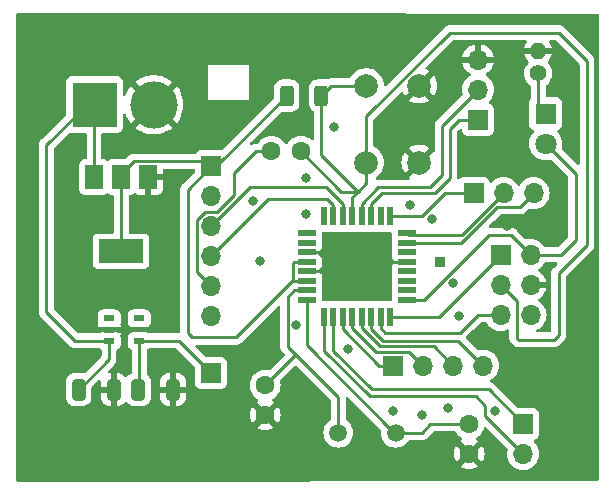
<source format=gtl>
G04 #@! TF.GenerationSoftware,KiCad,Pcbnew,7.0.2*
G04 #@! TF.CreationDate,2023-09-01T19:51:03-07:00*
G04 #@! TF.ProjectId,mcu_singleside,6d63755f-7369-46e6-976c-65736964652e,rev?*
G04 #@! TF.SameCoordinates,Original*
G04 #@! TF.FileFunction,Copper,L1,Top*
G04 #@! TF.FilePolarity,Positive*
%FSLAX46Y46*%
G04 Gerber Fmt 4.6, Leading zero omitted, Abs format (unit mm)*
G04 Created by KiCad (PCBNEW 7.0.2) date 2023-09-01 19:51:03*
%MOMM*%
%LPD*%
G01*
G04 APERTURE LIST*
G04 Aperture macros list*
%AMRoundRect*
0 Rectangle with rounded corners*
0 $1 Rounding radius*
0 $2 $3 $4 $5 $6 $7 $8 $9 X,Y pos of 4 corners*
0 Add a 4 corners polygon primitive as box body*
4,1,4,$2,$3,$4,$5,$6,$7,$8,$9,$2,$3,0*
0 Add four circle primitives for the rounded corners*
1,1,$1+$1,$2,$3*
1,1,$1+$1,$4,$5*
1,1,$1+$1,$6,$7*
1,1,$1+$1,$8,$9*
0 Add four rect primitives between the rounded corners*
20,1,$1+$1,$2,$3,$4,$5,0*
20,1,$1+$1,$4,$5,$6,$7,0*
20,1,$1+$1,$6,$7,$8,$9,0*
20,1,$1+$1,$8,$9,$2,$3,0*%
G04 Aperture macros list end*
G04 #@! TA.AperFunction,ComponentPad*
%ADD10R,1.700000X1.700000*%
G04 #@! TD*
G04 #@! TA.AperFunction,ComponentPad*
%ADD11O,1.700000X1.700000*%
G04 #@! TD*
G04 #@! TA.AperFunction,SMDPad,CuDef*
%ADD12RoundRect,0.250000X-0.325000X-0.650000X0.325000X-0.650000X0.325000X0.650000X-0.325000X0.650000X0*%
G04 #@! TD*
G04 #@! TA.AperFunction,ComponentPad*
%ADD13R,1.800000X1.800000*%
G04 #@! TD*
G04 #@! TA.AperFunction,ComponentPad*
%ADD14C,1.800000*%
G04 #@! TD*
G04 #@! TA.AperFunction,ComponentPad*
%ADD15R,3.800000X3.800000*%
G04 #@! TD*
G04 #@! TA.AperFunction,ComponentPad*
%ADD16C,4.000000*%
G04 #@! TD*
G04 #@! TA.AperFunction,SMDPad,CuDef*
%ADD17R,1.600000X0.550000*%
G04 #@! TD*
G04 #@! TA.AperFunction,SMDPad,CuDef*
%ADD18R,0.550000X1.600000*%
G04 #@! TD*
G04 #@! TA.AperFunction,ComponentPad*
%ADD19C,2.000000*%
G04 #@! TD*
G04 #@! TA.AperFunction,ComponentPad*
%ADD20C,1.600000*%
G04 #@! TD*
G04 #@! TA.AperFunction,ComponentPad*
%ADD21C,1.400000*%
G04 #@! TD*
G04 #@! TA.AperFunction,ComponentPad*
%ADD22O,1.400000X1.400000*%
G04 #@! TD*
G04 #@! TA.AperFunction,ComponentPad*
%ADD23C,1.500000*%
G04 #@! TD*
G04 #@! TA.AperFunction,ComponentPad*
%ADD24R,0.850000X0.850000*%
G04 #@! TD*
G04 #@! TA.AperFunction,SMDPad,CuDef*
%ADD25R,1.500000X2.000000*%
G04 #@! TD*
G04 #@! TA.AperFunction,SMDPad,CuDef*
%ADD26R,3.800000X2.000000*%
G04 #@! TD*
G04 #@! TA.AperFunction,SMDPad,CuDef*
%ADD27RoundRect,0.250000X0.312500X0.625000X-0.312500X0.625000X-0.312500X-0.625000X0.312500X-0.625000X0*%
G04 #@! TD*
G04 #@! TA.AperFunction,SMDPad,CuDef*
%ADD28R,0.952500X0.508000*%
G04 #@! TD*
G04 #@! TA.AperFunction,ViaPad*
%ADD29C,0.800000*%
G04 #@! TD*
G04 #@! TA.AperFunction,Conductor*
%ADD30C,0.250000*%
G04 #@! TD*
G04 APERTURE END LIST*
D10*
X117983000Y-67310000D03*
D11*
X117983000Y-69850000D03*
X117983000Y-72390000D03*
X117983000Y-74930000D03*
X117983000Y-77470000D03*
X117983000Y-80010000D03*
D10*
X142489000Y-74818000D03*
D11*
X145029000Y-74818000D03*
X142489000Y-77358000D03*
X145029000Y-77358000D03*
X142489000Y-79898000D03*
X145029000Y-79898000D03*
D12*
X106778000Y-86233000D03*
X109728000Y-86233000D03*
D13*
X146304000Y-62865000D03*
D14*
X146304000Y-65405000D03*
D10*
X144400000Y-89125000D03*
D11*
X144400000Y-91665000D03*
D15*
X108117000Y-62103000D03*
D16*
X113117000Y-62103000D03*
D10*
X117983000Y-84836000D03*
D17*
X126077000Y-73007000D03*
X126077000Y-73807000D03*
X126077000Y-74607000D03*
X126077000Y-75407000D03*
X126077000Y-76207000D03*
X126077000Y-77007000D03*
X126077000Y-77807000D03*
X126077000Y-78607000D03*
D18*
X127527000Y-80057000D03*
X128327000Y-80057000D03*
X129127000Y-80057000D03*
X129927000Y-80057000D03*
X130727000Y-80057000D03*
X131527000Y-80057000D03*
X132327000Y-80057000D03*
X133127000Y-80057000D03*
D17*
X134577000Y-78607000D03*
X134577000Y-77807000D03*
X134577000Y-77007000D03*
X134577000Y-76207000D03*
X134577000Y-75407000D03*
X134577000Y-74607000D03*
X134577000Y-73807000D03*
X134577000Y-73007000D03*
D18*
X133127000Y-71557000D03*
X132327000Y-71557000D03*
X131527000Y-71557000D03*
X130727000Y-71557000D03*
X129927000Y-71557000D03*
X129127000Y-71557000D03*
X128327000Y-71557000D03*
X127527000Y-71557000D03*
D19*
X135600000Y-60504000D03*
X135600000Y-67004000D03*
X131100000Y-60504000D03*
X131100000Y-67004000D03*
D20*
X125583000Y-66040000D03*
X123083000Y-66040000D03*
D21*
X145669000Y-59452000D03*
D22*
X145669000Y-57552000D03*
D10*
X140589000Y-63373000D03*
D11*
X140589000Y-60833000D03*
X140589000Y-58293000D03*
D23*
X128742000Y-89892000D03*
X133622000Y-89892000D03*
D24*
X137400000Y-75400000D03*
D25*
X112663000Y-68224000D03*
X110363000Y-68224000D03*
D26*
X110363000Y-74524000D03*
D25*
X108063000Y-68224000D03*
D10*
X133400000Y-84200000D03*
D11*
X135940000Y-84200000D03*
X138480000Y-84200000D03*
X141020000Y-84200000D03*
D20*
X139828000Y-89150000D03*
X139828000Y-91650000D03*
D10*
X140208000Y-69596000D03*
D11*
X142748000Y-69596000D03*
X145288000Y-69596000D03*
D27*
X127319500Y-61341000D03*
X124394500Y-61341000D03*
D20*
X122555000Y-85872000D03*
X122555000Y-88372000D03*
D12*
X111809000Y-86233000D03*
X114759000Y-86233000D03*
D28*
X109340650Y-80202999D03*
X109340650Y-81153000D03*
X109340650Y-82103001D03*
X111893350Y-82103001D03*
X111893350Y-80202999D03*
D29*
X122123200Y-75336400D03*
X127889000Y-75438000D03*
X136652000Y-71755000D03*
X142000000Y-88000000D03*
X138000000Y-87800000D03*
X134800000Y-70600000D03*
X135800000Y-88400000D03*
X139000000Y-80000000D03*
X138430000Y-77216000D03*
X148200000Y-55400000D03*
X121539000Y-70231000D03*
X132080000Y-74549000D03*
X128400000Y-64000000D03*
X125200000Y-80800000D03*
X125984000Y-68326000D03*
X129600000Y-82800000D03*
X133400000Y-88000000D03*
X141000000Y-67200000D03*
X125984000Y-71374000D03*
X143002000Y-72390000D03*
D30*
X144000000Y-82000000D02*
X143854000Y-81854000D01*
X147400000Y-81600000D02*
X147000000Y-82000000D01*
X127319500Y-61341000D02*
X127319500Y-66400459D01*
X131100000Y-63100000D02*
X138200000Y-56000000D01*
X129927000Y-69918381D02*
X129927000Y-71557000D01*
X147000000Y-82000000D02*
X144000000Y-82000000D01*
X127319500Y-61341000D02*
X128156500Y-60504000D01*
X128156500Y-60504000D02*
X131100000Y-60504000D01*
X149800000Y-74000000D02*
X147400000Y-76400000D01*
X130382211Y-69463170D02*
X129006170Y-69463170D01*
X131100000Y-68745381D02*
X130382211Y-69463170D01*
X143854000Y-81854000D02*
X143854000Y-78723000D01*
X131100000Y-67004000D02*
X131100000Y-68745381D01*
X147400000Y-76400000D02*
X147400000Y-81600000D01*
X147400000Y-56000000D02*
X149800000Y-58400000D01*
X130382211Y-69463170D02*
X129927000Y-69918381D01*
X149800000Y-58400000D02*
X149800000Y-74000000D01*
X127319500Y-66400459D02*
X130382211Y-69463170D01*
X143854000Y-78723000D02*
X142489000Y-77358000D01*
X131100000Y-67004000D02*
X131100000Y-63100000D01*
X129006170Y-69463170D02*
X125583000Y-66040000D01*
X138200000Y-56000000D02*
X147400000Y-56000000D01*
X145669000Y-59452000D02*
X145669000Y-62230000D01*
X145669000Y-62230000D02*
X146304000Y-62865000D01*
X126077000Y-76207000D02*
X127120000Y-76207000D01*
X127120000Y-76207000D02*
X127889000Y-75438000D01*
X134577000Y-75407000D02*
X132938000Y-75407000D01*
X126077000Y-74607000D02*
X127058000Y-74607000D01*
X127058000Y-74607000D02*
X127889000Y-75438000D01*
X132938000Y-75407000D02*
X132080000Y-74549000D01*
X137250000Y-80057000D02*
X142489000Y-74818000D01*
X133127000Y-80057000D02*
X137250000Y-80057000D01*
X127708000Y-69088000D02*
X129127000Y-70507000D01*
X117983000Y-72390000D02*
X121285000Y-69088000D01*
X121285000Y-69088000D02*
X127708000Y-69088000D01*
X129127000Y-70507000D02*
X129127000Y-71557000D01*
X122809000Y-70104000D02*
X127799000Y-70104000D01*
X128327000Y-70632000D02*
X128327000Y-71557000D01*
X117983000Y-74930000D02*
X122809000Y-70104000D01*
X127799000Y-70104000D02*
X128327000Y-70632000D01*
X138176000Y-68326000D02*
X138176000Y-64135000D01*
X131527000Y-71557000D02*
X131527000Y-70507000D01*
X136906000Y-69596000D02*
X138176000Y-68326000D01*
X131527000Y-70507000D02*
X132438000Y-69596000D01*
X138938000Y-63373000D02*
X140589000Y-63373000D01*
X138176000Y-64135000D02*
X138938000Y-63373000D01*
X132438000Y-69596000D02*
X136906000Y-69596000D01*
X144008000Y-73797000D02*
X145029000Y-74818000D01*
X143363000Y-73152000D02*
X144008000Y-73797000D01*
X148844000Y-67945000D02*
X148844000Y-73556000D01*
X148844000Y-73556000D02*
X147582000Y-74818000D01*
X134577000Y-78607000D02*
X136013695Y-78607000D01*
X146304000Y-65405000D02*
X148844000Y-67945000D01*
X136013695Y-78607000D02*
X141468695Y-73152000D01*
X141468695Y-73152000D02*
X143363000Y-73152000D01*
X147582000Y-74818000D02*
X145029000Y-74818000D01*
X139043305Y-81400000D02*
X132745000Y-81400000D01*
X140545305Y-79898000D02*
X139043305Y-81400000D01*
X142489000Y-79898000D02*
X140545305Y-79898000D01*
X132327000Y-80982000D02*
X132327000Y-80057000D01*
X132745000Y-81400000D02*
X132327000Y-80982000D01*
X125027000Y-77807000D02*
X124460000Y-78374000D01*
X128742000Y-86868999D02*
X128742000Y-89892000D01*
X125183802Y-83310801D02*
X128742000Y-86868999D01*
X122555000Y-85872000D02*
X125116199Y-83310801D01*
X124460000Y-82587000D02*
X125183802Y-83310801D01*
X126077000Y-77807000D02*
X125027000Y-77807000D01*
X125116199Y-83310801D02*
X125183802Y-83310801D01*
X124460000Y-78374000D02*
X124460000Y-82587000D01*
X136549000Y-89150000D02*
X139828000Y-89150000D01*
X135807000Y-89892000D02*
X136549000Y-89150000D01*
X126077000Y-82477000D02*
X133492000Y-89892000D01*
X126077000Y-78607000D02*
X126077000Y-82477000D01*
X133492000Y-89892000D02*
X135807000Y-89892000D01*
X129127000Y-81107000D02*
X132220000Y-84200000D01*
X129127000Y-80057000D02*
X129127000Y-81107000D01*
X132220000Y-84200000D02*
X133400000Y-84200000D01*
X129927000Y-80057000D02*
X129927000Y-80982000D01*
X131950730Y-83005730D02*
X134745730Y-83005730D01*
X129927000Y-80982000D02*
X131950730Y-83005730D01*
X134745730Y-83005730D02*
X135940000Y-84200000D01*
X132300730Y-82555730D02*
X136835730Y-82555730D01*
X130727000Y-80982000D02*
X132300730Y-82555730D01*
X130727000Y-80057000D02*
X130727000Y-80982000D01*
X136835730Y-82555730D02*
X138480000Y-84200000D01*
X132146000Y-69088000D02*
X136525000Y-69088000D01*
X130727000Y-70507000D02*
X132146000Y-69088000D01*
X137541000Y-68072000D02*
X137541000Y-63881000D01*
X130727000Y-71557000D02*
X130727000Y-70507000D01*
X136525000Y-69088000D02*
X137541000Y-68072000D01*
X137541000Y-63881000D02*
X140589000Y-60833000D01*
X140400000Y-86800000D02*
X141200000Y-87600000D01*
X141200000Y-87600000D02*
X141200000Y-88465000D01*
X131400000Y-86800000D02*
X140400000Y-86800000D01*
X127527000Y-80057000D02*
X127527000Y-82927000D01*
X141200000Y-88465000D02*
X144400000Y-91665000D01*
X127527000Y-82927000D02*
X131400000Y-86800000D01*
X128327000Y-82927000D02*
X131600000Y-86200000D01*
X141475000Y-86200000D02*
X144400000Y-89125000D01*
X131600000Y-86200000D02*
X141475000Y-86200000D01*
X128327000Y-80057000D02*
X128327000Y-82927000D01*
X117496299Y-71215000D02*
X118469701Y-71215000D01*
X116808000Y-76295000D02*
X116808000Y-71903299D01*
X118469701Y-71215000D02*
X119925000Y-69759701D01*
X119925000Y-67898695D02*
X121783695Y-66040000D01*
X117983000Y-77470000D02*
X116808000Y-76295000D01*
X119925000Y-69759701D02*
X119925000Y-67898695D01*
X121783695Y-66040000D02*
X123083000Y-66040000D01*
X116808000Y-71903299D02*
X117496299Y-71215000D01*
X104013000Y-65532000D02*
X107442000Y-62103000D01*
X109340650Y-82103001D02*
X106487001Y-82103001D01*
X109340650Y-82103001D02*
X109340650Y-83670350D01*
X108063000Y-68224000D02*
X108063000Y-62157000D01*
X106487001Y-82103001D02*
X104013000Y-79629000D01*
X107442000Y-62103000D02*
X108117000Y-62103000D01*
X104013000Y-79629000D02*
X104013000Y-65532000D01*
X108063000Y-62157000D02*
X108117000Y-62103000D01*
X109340650Y-83670350D02*
X106778000Y-86233000D01*
X111893350Y-86148650D02*
X111809000Y-86233000D01*
X111893350Y-82103001D02*
X111893350Y-86148650D01*
X115250001Y-82103001D02*
X117983000Y-84836000D01*
X111893350Y-82103001D02*
X115250001Y-82103001D01*
X110363000Y-74524000D02*
X110363000Y-68224000D01*
X116000000Y-69293000D02*
X117983000Y-67310000D01*
X111438000Y-66899000D02*
X117572000Y-66899000D01*
X124997000Y-77007000D02*
X126077000Y-77007000D01*
X118425500Y-67310000D02*
X117983000Y-67310000D01*
X124952000Y-76962000D02*
X120114000Y-81800000D01*
X124952000Y-76962000D02*
X124952000Y-75496386D01*
X110363000Y-67974000D02*
X111438000Y-66899000D01*
X124952000Y-76962000D02*
X124997000Y-77007000D01*
X116000000Y-81400000D02*
X116000000Y-69293000D01*
X110363000Y-68224000D02*
X110363000Y-67974000D01*
X125041386Y-75407000D02*
X126077000Y-75407000D01*
X117572000Y-66899000D02*
X117983000Y-67310000D01*
X120114000Y-81800000D02*
X116400000Y-81800000D01*
X116400000Y-81800000D02*
X116000000Y-81400000D01*
X124952000Y-75496386D02*
X125041386Y-75407000D01*
X124394500Y-61341000D02*
X118425500Y-67310000D01*
X131527000Y-81107000D02*
X132525730Y-82105730D01*
X131527000Y-80057000D02*
X131527000Y-81107000D01*
X132525730Y-82105730D02*
X138925730Y-82105730D01*
X138925730Y-82105730D02*
X141020000Y-84200000D01*
X135824695Y-71557000D02*
X137785695Y-69596000D01*
X133127000Y-71557000D02*
X135824695Y-71557000D01*
X137785695Y-69596000D02*
X140208000Y-69596000D01*
X134722000Y-73152000D02*
X139192000Y-73152000D01*
X139192000Y-73152000D02*
X142748000Y-69596000D01*
X134577000Y-73007000D02*
X134722000Y-73152000D01*
X144113000Y-70771000D02*
X142209396Y-70771000D01*
X139173396Y-73807000D02*
X134577000Y-73807000D01*
X145288000Y-69596000D02*
X144113000Y-70771000D01*
X142209396Y-70771000D02*
X139173396Y-73807000D01*
G04 #@! TA.AperFunction,Conductor*
G36*
X132740259Y-72850633D02*
G01*
X132744516Y-72851090D01*
X132744517Y-72851091D01*
X132804127Y-72857500D01*
X133152500Y-72857499D01*
X133219539Y-72877183D01*
X133265294Y-72929987D01*
X133276500Y-72981499D01*
X133276500Y-73326560D01*
X133276500Y-73326578D01*
X133276501Y-73329872D01*
X133276853Y-73333149D01*
X133276854Y-73333162D01*
X133283367Y-73393746D01*
X133283367Y-73420252D01*
X133277360Y-73476127D01*
X133276500Y-73484127D01*
X133276500Y-73487448D01*
X133276500Y-73487449D01*
X133276500Y-74126560D01*
X133276500Y-74126578D01*
X133276501Y-74129872D01*
X133276853Y-74133149D01*
X133276854Y-74133162D01*
X133283367Y-74193746D01*
X133283367Y-74220252D01*
X133276854Y-74280831D01*
X133276500Y-74284127D01*
X133276500Y-74287448D01*
X133276500Y-74287449D01*
X133276500Y-74926560D01*
X133276500Y-74926578D01*
X133276501Y-74929872D01*
X133276853Y-74933147D01*
X133276854Y-74933164D01*
X133283619Y-74996093D01*
X133283619Y-75022599D01*
X133277353Y-75080882D01*
X133277000Y-75087481D01*
X133277000Y-75157000D01*
X133295590Y-75157000D01*
X133362629Y-75176685D01*
X133394856Y-75206689D01*
X133419451Y-75239544D01*
X133510540Y-75307733D01*
X133552411Y-75363667D01*
X133557395Y-75433359D01*
X133523910Y-75494682D01*
X133510540Y-75506267D01*
X133419451Y-75574455D01*
X133394856Y-75607311D01*
X133338922Y-75649182D01*
X133295590Y-75657000D01*
X133277000Y-75657000D01*
X133277000Y-75726518D01*
X133277353Y-75733117D01*
X133283619Y-75791400D01*
X133283619Y-75817907D01*
X133276854Y-75880830D01*
X133276500Y-75884127D01*
X133276500Y-75887448D01*
X133276500Y-75887449D01*
X133276500Y-76526560D01*
X133276500Y-76526578D01*
X133276501Y-76529872D01*
X133276853Y-76533149D01*
X133276854Y-76533162D01*
X133283367Y-76593746D01*
X133283367Y-76620252D01*
X133276925Y-76680171D01*
X133276500Y-76684127D01*
X133276500Y-76687448D01*
X133276500Y-76687449D01*
X133276500Y-77326560D01*
X133276500Y-77326578D01*
X133276501Y-77329872D01*
X133276853Y-77333149D01*
X133276854Y-77333162D01*
X133283367Y-77393746D01*
X133283367Y-77420252D01*
X133276854Y-77480831D01*
X133276500Y-77484127D01*
X133276500Y-77487448D01*
X133276500Y-77487449D01*
X133276500Y-78126560D01*
X133276500Y-78126578D01*
X133276501Y-78129872D01*
X133276853Y-78133149D01*
X133276854Y-78133162D01*
X133283367Y-78193746D01*
X133283367Y-78220252D01*
X133279110Y-78259851D01*
X133276500Y-78284127D01*
X133276500Y-78287449D01*
X133276500Y-78632500D01*
X133256815Y-78699539D01*
X133204011Y-78745294D01*
X133152500Y-78756500D01*
X132807439Y-78756500D01*
X132807420Y-78756500D01*
X132804128Y-78756501D01*
X132800851Y-78756853D01*
X132800837Y-78756854D01*
X132740253Y-78763367D01*
X132713747Y-78763367D01*
X132653168Y-78756854D01*
X132653163Y-78756853D01*
X132649873Y-78756500D01*
X132646550Y-78756500D01*
X132007439Y-78756500D01*
X132007420Y-78756500D01*
X132004128Y-78756501D01*
X132000851Y-78756853D01*
X132000837Y-78756854D01*
X131940253Y-78763367D01*
X131913747Y-78763367D01*
X131853168Y-78756854D01*
X131853163Y-78756853D01*
X131849873Y-78756500D01*
X131846550Y-78756500D01*
X131207439Y-78756500D01*
X131207420Y-78756500D01*
X131204128Y-78756501D01*
X131200851Y-78756853D01*
X131200837Y-78756854D01*
X131140253Y-78763367D01*
X131113747Y-78763367D01*
X131053168Y-78756854D01*
X131053163Y-78756853D01*
X131049873Y-78756500D01*
X131046550Y-78756500D01*
X130407439Y-78756500D01*
X130407420Y-78756500D01*
X130404128Y-78756501D01*
X130400851Y-78756853D01*
X130400837Y-78756854D01*
X130340253Y-78763367D01*
X130313747Y-78763367D01*
X130253168Y-78756854D01*
X130253163Y-78756853D01*
X130249873Y-78756500D01*
X130246550Y-78756500D01*
X129607439Y-78756500D01*
X129607420Y-78756500D01*
X129604128Y-78756501D01*
X129600851Y-78756853D01*
X129600837Y-78756854D01*
X129540253Y-78763367D01*
X129513747Y-78763367D01*
X129453168Y-78756854D01*
X129453163Y-78756853D01*
X129449873Y-78756500D01*
X129446550Y-78756500D01*
X128807439Y-78756500D01*
X128807420Y-78756500D01*
X128804128Y-78756501D01*
X128800851Y-78756853D01*
X128800837Y-78756854D01*
X128740253Y-78763367D01*
X128713747Y-78763367D01*
X128653168Y-78756854D01*
X128653163Y-78756853D01*
X128649873Y-78756500D01*
X128646550Y-78756500D01*
X128007439Y-78756500D01*
X128007420Y-78756500D01*
X128004128Y-78756501D01*
X128000851Y-78756853D01*
X128000837Y-78756854D01*
X127940253Y-78763367D01*
X127913747Y-78763367D01*
X127853168Y-78756854D01*
X127853163Y-78756853D01*
X127849873Y-78756500D01*
X127846551Y-78756500D01*
X127501499Y-78756500D01*
X127434460Y-78736815D01*
X127388705Y-78684011D01*
X127377499Y-78632500D01*
X127377499Y-78287439D01*
X127377499Y-78284128D01*
X127371091Y-78224517D01*
X127371090Y-78224515D01*
X127370632Y-78220250D01*
X127370633Y-78193740D01*
X127371532Y-78185379D01*
X127377500Y-78129873D01*
X127377499Y-77484128D01*
X127371091Y-77424517D01*
X127371090Y-77424515D01*
X127370632Y-77420250D01*
X127370633Y-77393740D01*
X127374476Y-77358000D01*
X127377500Y-77329873D01*
X127377499Y-76684128D01*
X127371091Y-76624517D01*
X127371090Y-76624514D01*
X127370380Y-76617909D01*
X127370381Y-76591399D01*
X127376645Y-76533130D01*
X127377000Y-76526518D01*
X127377000Y-76457000D01*
X127358410Y-76457000D01*
X127291371Y-76437315D01*
X127259144Y-76407311D01*
X127234548Y-76374456D01*
X127234546Y-76374455D01*
X127234546Y-76374454D01*
X127143457Y-76306265D01*
X127101588Y-76250333D01*
X127096604Y-76180642D01*
X127130089Y-76119319D01*
X127143452Y-76107738D01*
X127234546Y-76039546D01*
X127238630Y-76034090D01*
X127259144Y-76006689D01*
X127315078Y-75964818D01*
X127358410Y-75957000D01*
X127377000Y-75957000D01*
X127377000Y-75887481D01*
X127376645Y-75880871D01*
X127370380Y-75822599D01*
X127370380Y-75796084D01*
X127371089Y-75789487D01*
X127371091Y-75789483D01*
X127377500Y-75729873D01*
X127377499Y-75084128D01*
X127371091Y-75024517D01*
X127371090Y-75024514D01*
X127370380Y-75017909D01*
X127370381Y-74991399D01*
X127376645Y-74933130D01*
X127377000Y-74926518D01*
X127377000Y-74857000D01*
X127358410Y-74857000D01*
X127291371Y-74837315D01*
X127259144Y-74807311D01*
X127234548Y-74774456D01*
X127234546Y-74774455D01*
X127234546Y-74774454D01*
X127143457Y-74706265D01*
X127101588Y-74650333D01*
X127096604Y-74580642D01*
X127130089Y-74519319D01*
X127143452Y-74507738D01*
X127234546Y-74439546D01*
X127241910Y-74429709D01*
X127259144Y-74406689D01*
X127315078Y-74364818D01*
X127358410Y-74357000D01*
X127377000Y-74357000D01*
X127377000Y-74287481D01*
X127376645Y-74280871D01*
X127370380Y-74222599D01*
X127370380Y-74196084D01*
X127371089Y-74189487D01*
X127371091Y-74189483D01*
X127377500Y-74129873D01*
X127377499Y-73484128D01*
X127371091Y-73424517D01*
X127371090Y-73424515D01*
X127370632Y-73420250D01*
X127370633Y-73393740D01*
X127377144Y-73333180D01*
X127377500Y-73329873D01*
X127377499Y-72981498D01*
X127397183Y-72914460D01*
X127449987Y-72868705D01*
X127501499Y-72857499D01*
X127846561Y-72857499D01*
X127849872Y-72857499D01*
X127909483Y-72851091D01*
X127909484Y-72851090D01*
X127913749Y-72850632D01*
X127940259Y-72850633D01*
X127944516Y-72851090D01*
X127944517Y-72851091D01*
X128004127Y-72857500D01*
X128649872Y-72857499D01*
X128709483Y-72851091D01*
X128709484Y-72851090D01*
X128713749Y-72850632D01*
X128740259Y-72850633D01*
X128744516Y-72851090D01*
X128744517Y-72851091D01*
X128804127Y-72857500D01*
X129449872Y-72857499D01*
X129509483Y-72851091D01*
X129509484Y-72851090D01*
X129513749Y-72850632D01*
X129540259Y-72850633D01*
X129544516Y-72851090D01*
X129544517Y-72851091D01*
X129604127Y-72857500D01*
X130249872Y-72857499D01*
X130309483Y-72851091D01*
X130309484Y-72851090D01*
X130313749Y-72850632D01*
X130340259Y-72850633D01*
X130344516Y-72851090D01*
X130344517Y-72851091D01*
X130404127Y-72857500D01*
X131049872Y-72857499D01*
X131109483Y-72851091D01*
X131109484Y-72851090D01*
X131113749Y-72850632D01*
X131140259Y-72850633D01*
X131144516Y-72851090D01*
X131144517Y-72851091D01*
X131204127Y-72857500D01*
X131849872Y-72857499D01*
X131909483Y-72851091D01*
X131909484Y-72851090D01*
X131913749Y-72850632D01*
X131940259Y-72850633D01*
X131944516Y-72851090D01*
X131944517Y-72851091D01*
X132004127Y-72857500D01*
X132649872Y-72857499D01*
X132709483Y-72851091D01*
X132709484Y-72851090D01*
X132713749Y-72850632D01*
X132740259Y-72850633D01*
G37*
G04 #@! TD.AperFunction*
G04 #@! TA.AperFunction,Conductor*
G36*
X147239586Y-75463185D02*
G01*
X147285341Y-75515989D01*
X147295285Y-75585147D01*
X147266260Y-75648703D01*
X147260247Y-75655160D01*
X147058917Y-75856491D01*
X147016208Y-75899200D01*
X147000109Y-75912097D01*
X146952096Y-75963225D01*
X146949392Y-75966016D01*
X146932628Y-75982780D01*
X146932621Y-75982787D01*
X146929880Y-75985529D01*
X146927499Y-75988597D01*
X146927490Y-75988608D01*
X146927411Y-75988711D01*
X146919842Y-75997572D01*
X146889935Y-76029420D01*
X146880285Y-76046974D01*
X146869609Y-76063228D01*
X146857326Y-76079063D01*
X146839975Y-76119158D01*
X146834838Y-76129644D01*
X146813802Y-76167907D01*
X146808821Y-76187309D01*
X146802520Y-76205711D01*
X146794561Y-76224102D01*
X146787728Y-76267242D01*
X146785360Y-76278674D01*
X146774500Y-76320977D01*
X146774500Y-76341016D01*
X146772973Y-76360414D01*
X146769840Y-76380194D01*
X146773950Y-76423673D01*
X146774500Y-76435343D01*
X146774500Y-81250500D01*
X146754815Y-81317539D01*
X146702011Y-81363294D01*
X146650500Y-81374500D01*
X145617519Y-81374500D01*
X145550480Y-81354815D01*
X145504725Y-81302011D01*
X145494781Y-81232853D01*
X145523806Y-81169297D01*
X145565112Y-81138119D01*
X145706830Y-81072035D01*
X145900401Y-80936495D01*
X146067495Y-80769401D01*
X146203035Y-80575830D01*
X146302903Y-80361663D01*
X146364063Y-80133408D01*
X146384659Y-79898000D01*
X146364063Y-79662592D01*
X146302903Y-79434337D01*
X146203035Y-79220171D01*
X146067495Y-79026599D01*
X145900401Y-78859505D01*
X145714402Y-78729267D01*
X145670780Y-78674692D01*
X145663587Y-78605193D01*
X145695109Y-78542839D01*
X145714405Y-78526119D01*
X145900078Y-78396109D01*
X146067106Y-78229081D01*
X146202600Y-78035576D01*
X146302430Y-77821492D01*
X146359636Y-77608000D01*
X145462686Y-77608000D01*
X145488493Y-77567844D01*
X145529000Y-77429889D01*
X145529000Y-77286111D01*
X145488493Y-77148156D01*
X145462686Y-77108000D01*
X146359636Y-77108000D01*
X146359635Y-77107999D01*
X146302430Y-76894507D01*
X146202599Y-76680421D01*
X146067109Y-76486921D01*
X145900081Y-76319893D01*
X145714404Y-76189880D01*
X145670780Y-76135303D01*
X145663587Y-76065804D01*
X145695109Y-76003450D01*
X145714399Y-75986734D01*
X145900401Y-75856495D01*
X146067495Y-75689401D01*
X146202653Y-75496374D01*
X146257229Y-75452752D01*
X146304227Y-75443500D01*
X147172547Y-75443500D01*
X147239586Y-75463185D01*
G37*
G04 #@! TD.AperFunction*
G04 #@! TA.AperFunction,Conductor*
G36*
X144682946Y-56645185D02*
G01*
X144728701Y-56697989D01*
X144738645Y-56767147D01*
X144714861Y-56824227D01*
X144644365Y-56917577D01*
X144545240Y-57116648D01*
X144492505Y-57302000D01*
X145423419Y-57302000D01*
X145371940Y-57357921D01*
X145325018Y-57464892D01*
X145315372Y-57581302D01*
X145344047Y-57694538D01*
X145407936Y-57792327D01*
X145420364Y-57802000D01*
X144492505Y-57802000D01*
X144545240Y-57987351D01*
X144644365Y-58186422D01*
X144778390Y-58363899D01*
X144828987Y-58410024D01*
X144865269Y-58469735D01*
X144863508Y-58539583D01*
X144828989Y-58593297D01*
X144778018Y-58639764D01*
X144643941Y-58817311D01*
X144544769Y-59016473D01*
X144483885Y-59230462D01*
X144463357Y-59452000D01*
X144483885Y-59673537D01*
X144544769Y-59887526D01*
X144643941Y-60086688D01*
X144778019Y-60264237D01*
X144929086Y-60401952D01*
X144942438Y-60414124D01*
X144984776Y-60440338D01*
X145031412Y-60492364D01*
X145043500Y-60545765D01*
X145043500Y-61570128D01*
X145023815Y-61637167D01*
X145018767Y-61644439D01*
X144960204Y-61722668D01*
X144909909Y-61857516D01*
X144907188Y-61882829D01*
X144903500Y-61917127D01*
X144903500Y-61920448D01*
X144903500Y-61920449D01*
X144903500Y-63809560D01*
X144903500Y-63809578D01*
X144903501Y-63812872D01*
X144909909Y-63872483D01*
X144960204Y-64007331D01*
X145046454Y-64122546D01*
X145161669Y-64208796D01*
X145241905Y-64238722D01*
X145297839Y-64280593D01*
X145322256Y-64346058D01*
X145307404Y-64414331D01*
X145289802Y-64438887D01*
X145195020Y-64541848D01*
X145068076Y-64736150D01*
X144974844Y-64948696D01*
X144974842Y-64948700D01*
X144974843Y-64948700D01*
X144920975Y-65161420D01*
X144917865Y-65173700D01*
X144898699Y-65405000D01*
X144917865Y-65636299D01*
X144917865Y-65636301D01*
X144917866Y-65636305D01*
X144969559Y-65840435D01*
X144974844Y-65861303D01*
X145042790Y-66016204D01*
X145068076Y-66073849D01*
X145195021Y-66268153D01*
X145352216Y-66438913D01*
X145535374Y-66581470D01*
X145739497Y-66691936D01*
X145798798Y-66712294D01*
X145959015Y-66767297D01*
X145959017Y-66767297D01*
X145959019Y-66767298D01*
X146187951Y-66805500D01*
X146187952Y-66805500D01*
X146420048Y-66805500D01*
X146420049Y-66805500D01*
X146648981Y-66767298D01*
X146674576Y-66758510D01*
X146744374Y-66755360D01*
X146802521Y-66788111D01*
X148182181Y-68167771D01*
X148215666Y-68229094D01*
X148218500Y-68255452D01*
X148218500Y-73245547D01*
X148198815Y-73312586D01*
X148182181Y-73333228D01*
X147359228Y-74156181D01*
X147297905Y-74189666D01*
X147271547Y-74192500D01*
X146304226Y-74192500D01*
X146237187Y-74172815D01*
X146202651Y-74139623D01*
X146198136Y-74133175D01*
X146067495Y-73946599D01*
X145900401Y-73779505D01*
X145706830Y-73643965D01*
X145492663Y-73544097D01*
X145431502Y-73527709D01*
X145264407Y-73482936D01*
X145029000Y-73462340D01*
X144793591Y-73482936D01*
X144693125Y-73509855D01*
X144623275Y-73508192D01*
X144573352Y-73477761D01*
X143863802Y-72768211D01*
X143850906Y-72752113D01*
X143799775Y-72704098D01*
X143796978Y-72701387D01*
X143780227Y-72684636D01*
X143777471Y-72681880D01*
X143774290Y-72679412D01*
X143765422Y-72671837D01*
X143733582Y-72641938D01*
X143716024Y-72632285D01*
X143699764Y-72621604D01*
X143683936Y-72609327D01*
X143643851Y-72591980D01*
X143633361Y-72586841D01*
X143595091Y-72565802D01*
X143575691Y-72560821D01*
X143557284Y-72554519D01*
X143538897Y-72546562D01*
X143495758Y-72539729D01*
X143484324Y-72537361D01*
X143442019Y-72526500D01*
X143421984Y-72526500D01*
X143402586Y-72524973D01*
X143394333Y-72523666D01*
X143382805Y-72521840D01*
X143382804Y-72521840D01*
X143356495Y-72524327D01*
X143339325Y-72525950D01*
X143327656Y-72526500D01*
X141637848Y-72526500D01*
X141570809Y-72506815D01*
X141525054Y-72454011D01*
X141515110Y-72384853D01*
X141544135Y-72321297D01*
X141550167Y-72314819D01*
X141930636Y-71934351D01*
X142432167Y-71432819D01*
X142493491Y-71399334D01*
X142519849Y-71396500D01*
X144030256Y-71396500D01*
X144050762Y-71398764D01*
X144053665Y-71398672D01*
X144053667Y-71398673D01*
X144120872Y-71396561D01*
X144124768Y-71396500D01*
X144148448Y-71396500D01*
X144152350Y-71396500D01*
X144156313Y-71395999D01*
X144167962Y-71395080D01*
X144211627Y-71393709D01*
X144230859Y-71388120D01*
X144249918Y-71384174D01*
X144256196Y-71383381D01*
X144269792Y-71381664D01*
X144310407Y-71365582D01*
X144321444Y-71361803D01*
X144363390Y-71349618D01*
X144380629Y-71339422D01*
X144398102Y-71330862D01*
X144416732Y-71323486D01*
X144452064Y-71297814D01*
X144461830Y-71291400D01*
X144499418Y-71269171D01*
X144499417Y-71269171D01*
X144499420Y-71269170D01*
X144513585Y-71255004D01*
X144528373Y-71242373D01*
X144544587Y-71230594D01*
X144572438Y-71196926D01*
X144580279Y-71188309D01*
X144832353Y-70936235D01*
X144893674Y-70902752D01*
X144952125Y-70904142D01*
X145052592Y-70931063D01*
X145288000Y-70951659D01*
X145523408Y-70931063D01*
X145751663Y-70869903D01*
X145965830Y-70770035D01*
X146159401Y-70634495D01*
X146326495Y-70467401D01*
X146462035Y-70273830D01*
X146561903Y-70059663D01*
X146623063Y-69831408D01*
X146643659Y-69596000D01*
X146623063Y-69360592D01*
X146561903Y-69132337D01*
X146462035Y-68918171D01*
X146326495Y-68724599D01*
X146159401Y-68557505D01*
X145965830Y-68421965D01*
X145751663Y-68322097D01*
X145690502Y-68305709D01*
X145523407Y-68260936D01*
X145288000Y-68240340D01*
X145052592Y-68260936D01*
X144824336Y-68322097D01*
X144610170Y-68421965D01*
X144416598Y-68557505D01*
X144249505Y-68724598D01*
X144119575Y-68910159D01*
X144064998Y-68953784D01*
X143995500Y-68960978D01*
X143933145Y-68929455D01*
X143916425Y-68910159D01*
X143840606Y-68801878D01*
X143786495Y-68724599D01*
X143619401Y-68557505D01*
X143425830Y-68421965D01*
X143211663Y-68322097D01*
X143150502Y-68305709D01*
X142983407Y-68260936D01*
X142748000Y-68240340D01*
X142512592Y-68260936D01*
X142284336Y-68322097D01*
X142070170Y-68421965D01*
X141876601Y-68557503D01*
X141754673Y-68679431D01*
X141693350Y-68712915D01*
X141623658Y-68707931D01*
X141567725Y-68666059D01*
X141550810Y-68635082D01*
X141539141Y-68603796D01*
X141501796Y-68503669D01*
X141415546Y-68388454D01*
X141300331Y-68302204D01*
X141165483Y-68251909D01*
X141105873Y-68245500D01*
X141102550Y-68245500D01*
X139313439Y-68245500D01*
X139313420Y-68245500D01*
X139310128Y-68245501D01*
X139306848Y-68245853D01*
X139306840Y-68245854D01*
X139250515Y-68251909D01*
X139115669Y-68302204D01*
X138999811Y-68388935D01*
X138934346Y-68413352D01*
X138866073Y-68398500D01*
X138816668Y-68349095D01*
X138801500Y-68289668D01*
X138801500Y-64445451D01*
X138821185Y-64378412D01*
X138837819Y-64357770D01*
X138986794Y-64208795D01*
X139026821Y-64168768D01*
X139088143Y-64135284D01*
X139157835Y-64140268D01*
X139213768Y-64182140D01*
X139238185Y-64247604D01*
X139238501Y-64256450D01*
X139238501Y-64270872D01*
X139238853Y-64274152D01*
X139238854Y-64274159D01*
X139244909Y-64330484D01*
X139260053Y-64371087D01*
X139295204Y-64465331D01*
X139381454Y-64580546D01*
X139496669Y-64666796D01*
X139631517Y-64717091D01*
X139691127Y-64723500D01*
X141486872Y-64723499D01*
X141546483Y-64717091D01*
X141681331Y-64666796D01*
X141796546Y-64580546D01*
X141882796Y-64465331D01*
X141933091Y-64330483D01*
X141939500Y-64270873D01*
X141939499Y-62475128D01*
X141933091Y-62415517D01*
X141882796Y-62280669D01*
X141796546Y-62165454D01*
X141681331Y-62079204D01*
X141619898Y-62056291D01*
X141549916Y-62030189D01*
X141493983Y-61988317D01*
X141469566Y-61922853D01*
X141484418Y-61854580D01*
X141505563Y-61826332D01*
X141627495Y-61704401D01*
X141763035Y-61510830D01*
X141862903Y-61296663D01*
X141924063Y-61068408D01*
X141944659Y-60833000D01*
X141924063Y-60597592D01*
X141862903Y-60369337D01*
X141763035Y-60155171D01*
X141627495Y-59961599D01*
X141460401Y-59794505D01*
X141274402Y-59664267D01*
X141230780Y-59609692D01*
X141223587Y-59540193D01*
X141255109Y-59477839D01*
X141274405Y-59461119D01*
X141460078Y-59331109D01*
X141627106Y-59164081D01*
X141762600Y-58970576D01*
X141862430Y-58756492D01*
X141919636Y-58543000D01*
X141022686Y-58543000D01*
X141048493Y-58502844D01*
X141089000Y-58364889D01*
X141089000Y-58221111D01*
X141048493Y-58083156D01*
X141022686Y-58043000D01*
X141919636Y-58043000D01*
X141919635Y-58042999D01*
X141862430Y-57829507D01*
X141762599Y-57615421D01*
X141627109Y-57421921D01*
X141460081Y-57254893D01*
X141266576Y-57119399D01*
X141052492Y-57019569D01*
X140839000Y-56962364D01*
X140839000Y-57857498D01*
X140731315Y-57808320D01*
X140624763Y-57793000D01*
X140553237Y-57793000D01*
X140446685Y-57808320D01*
X140339000Y-57857498D01*
X140339000Y-56962364D01*
X140338999Y-56962364D01*
X140125507Y-57019569D01*
X139911421Y-57119400D01*
X139717921Y-57254890D01*
X139550890Y-57421921D01*
X139415400Y-57615421D01*
X139315569Y-57829507D01*
X139258364Y-58042999D01*
X139258364Y-58043000D01*
X140155314Y-58043000D01*
X140129507Y-58083156D01*
X140089000Y-58221111D01*
X140089000Y-58364889D01*
X140129507Y-58502844D01*
X140155314Y-58543000D01*
X139258364Y-58543000D01*
X139315569Y-58756492D01*
X139415399Y-58970576D01*
X139550893Y-59164081D01*
X139717918Y-59331106D01*
X139903595Y-59461119D01*
X139947219Y-59515696D01*
X139954412Y-59585195D01*
X139922890Y-59647549D01*
X139903595Y-59664269D01*
X139717595Y-59794508D01*
X139550505Y-59961598D01*
X139414965Y-60155170D01*
X139315097Y-60369336D01*
X139253936Y-60597592D01*
X139233340Y-60832999D01*
X139253936Y-61068405D01*
X139280856Y-61168871D01*
X139279193Y-61238721D01*
X139248762Y-61288646D01*
X137157208Y-63380199D01*
X137141110Y-63393096D01*
X137093096Y-63444225D01*
X137090392Y-63447016D01*
X137073628Y-63463780D01*
X137073621Y-63463787D01*
X137070880Y-63466529D01*
X137068499Y-63469597D01*
X137068490Y-63469608D01*
X137068411Y-63469711D01*
X137060842Y-63478572D01*
X137030935Y-63510420D01*
X137021285Y-63527974D01*
X137010609Y-63544228D01*
X136998326Y-63560063D01*
X136980975Y-63600158D01*
X136975838Y-63610644D01*
X136954802Y-63648907D01*
X136949821Y-63668309D01*
X136943520Y-63686711D01*
X136935561Y-63705102D01*
X136928728Y-63748242D01*
X136926360Y-63759674D01*
X136915500Y-63801977D01*
X136915500Y-63822016D01*
X136913973Y-63841414D01*
X136910840Y-63861194D01*
X136914950Y-63904673D01*
X136915500Y-63916343D01*
X136915500Y-66006139D01*
X136895815Y-66073178D01*
X136843011Y-66118933D01*
X136837756Y-66119794D01*
X136125929Y-66831622D01*
X136123116Y-66818085D01*
X136053558Y-66683844D01*
X135950362Y-66573348D01*
X135821181Y-66494791D01*
X135769997Y-66480450D01*
X136470057Y-65780390D01*
X136470056Y-65780388D01*
X136423235Y-65743947D01*
X136204606Y-65625631D01*
X135969493Y-65544916D01*
X135724293Y-65504000D01*
X135475707Y-65504000D01*
X135230506Y-65544916D01*
X134995393Y-65625631D01*
X134776764Y-65743946D01*
X134729942Y-65780388D01*
X134729942Y-65780390D01*
X135428431Y-66478878D01*
X135311542Y-66529651D01*
X135194261Y-66625066D01*
X135107072Y-66748585D01*
X135076645Y-66834196D01*
X134376564Y-66134117D01*
X134276266Y-66287634D01*
X134176413Y-66515278D01*
X134115386Y-66756267D01*
X134094858Y-67004000D01*
X134115386Y-67251732D01*
X134176413Y-67492721D01*
X134276268Y-67720370D01*
X134376563Y-67873882D01*
X134376564Y-67873882D01*
X135074070Y-67176375D01*
X135076884Y-67189915D01*
X135146442Y-67324156D01*
X135249638Y-67434652D01*
X135378819Y-67513209D01*
X135430002Y-67527549D01*
X134729942Y-68227609D01*
X134729942Y-68227610D01*
X134746691Y-68240646D01*
X134787504Y-68297357D01*
X134791179Y-68367130D01*
X134756548Y-68427813D01*
X134694606Y-68460140D01*
X134670529Y-68462500D01*
X132228741Y-68462500D01*
X132208237Y-68460236D01*
X132138145Y-68462439D01*
X132134251Y-68462500D01*
X132106650Y-68462500D01*
X132102799Y-68462986D01*
X132102768Y-68462988D01*
X132102640Y-68463005D01*
X132091028Y-68463918D01*
X132031717Y-68465783D01*
X132031588Y-68461690D01*
X131989603Y-68461564D01*
X131930939Y-68423613D01*
X131902106Y-68359970D01*
X131912257Y-68290842D01*
X131948730Y-68244843D01*
X132119744Y-68111738D01*
X132288164Y-67928785D01*
X132424173Y-67720607D01*
X132524063Y-67492881D01*
X132585108Y-67251821D01*
X132605643Y-67004000D01*
X132585108Y-66756179D01*
X132524063Y-66515119D01*
X132424173Y-66287393D01*
X132288164Y-66079215D01*
X132119744Y-65896262D01*
X131923509Y-65743526D01*
X131923509Y-65743525D01*
X131790482Y-65671534D01*
X131740891Y-65622315D01*
X131725500Y-65562480D01*
X131725500Y-63410451D01*
X131745185Y-63343412D01*
X131761814Y-63322775D01*
X134022307Y-61062283D01*
X134083625Y-61028801D01*
X134153317Y-61033785D01*
X134209250Y-61075657D01*
X134223539Y-61100158D01*
X134276267Y-61220368D01*
X134376563Y-61373882D01*
X134376564Y-61373882D01*
X135074070Y-60676375D01*
X135076884Y-60689915D01*
X135146442Y-60824156D01*
X135249638Y-60934652D01*
X135378819Y-61013209D01*
X135430002Y-61027549D01*
X134729942Y-61727609D01*
X134729942Y-61727610D01*
X134776766Y-61764055D01*
X134995393Y-61882368D01*
X135230506Y-61963083D01*
X135475707Y-62004000D01*
X135724293Y-62004000D01*
X135969493Y-61963083D01*
X136204606Y-61882368D01*
X136423233Y-61764053D01*
X136470056Y-61727609D01*
X135771568Y-61029121D01*
X135888458Y-60978349D01*
X136005739Y-60882934D01*
X136092928Y-60759415D01*
X136123354Y-60673802D01*
X136823434Y-61373882D01*
X136923730Y-61220369D01*
X137023586Y-60992721D01*
X137084613Y-60751732D01*
X137105141Y-60504000D01*
X137084613Y-60256267D01*
X137023586Y-60015278D01*
X136923730Y-59787630D01*
X136823434Y-59634116D01*
X136125929Y-60331622D01*
X136123116Y-60318085D01*
X136053558Y-60183844D01*
X135950362Y-60073348D01*
X135821181Y-59994791D01*
X135769996Y-59980449D01*
X136470057Y-59280389D01*
X136470056Y-59280388D01*
X136423235Y-59243947D01*
X136195572Y-59120742D01*
X136196877Y-59118329D01*
X136152596Y-59086958D01*
X136126470Y-59022157D01*
X136139527Y-58953518D01*
X136162191Y-58922398D01*
X138422771Y-56661819D01*
X138484095Y-56628334D01*
X138510453Y-56625500D01*
X144615907Y-56625500D01*
X144682946Y-56645185D01*
G37*
G04 #@! TD.AperFunction*
G04 #@! TA.AperFunction,Conductor*
G36*
X147156587Y-56645185D02*
G01*
X147177229Y-56661819D01*
X149138181Y-58622771D01*
X149171666Y-58684094D01*
X149174500Y-58710452D01*
X149174500Y-67091547D01*
X149154815Y-67158586D01*
X149102011Y-67204341D01*
X149032853Y-67214285D01*
X148969297Y-67185260D01*
X148962819Y-67179228D01*
X147685349Y-65901758D01*
X147651864Y-65840435D01*
X147652824Y-65783637D01*
X147662875Y-65743946D01*
X147690134Y-65636305D01*
X147709300Y-65405000D01*
X147690134Y-65173695D01*
X147633157Y-64948700D01*
X147539924Y-64736151D01*
X147435284Y-64575987D01*
X147412980Y-64541848D01*
X147406237Y-64534523D01*
X147318195Y-64438884D01*
X147287275Y-64376232D01*
X147295135Y-64306806D01*
X147339282Y-64252651D01*
X147366091Y-64238723D01*
X147446331Y-64208796D01*
X147561546Y-64122546D01*
X147647796Y-64007331D01*
X147698091Y-63872483D01*
X147704500Y-63812873D01*
X147704499Y-61917128D01*
X147698091Y-61857517D01*
X147647796Y-61722669D01*
X147561546Y-61607454D01*
X147446331Y-61521204D01*
X147311483Y-61470909D01*
X147251873Y-61464500D01*
X147248551Y-61464500D01*
X146418500Y-61464500D01*
X146351461Y-61444815D01*
X146305706Y-61392011D01*
X146294500Y-61340500D01*
X146294500Y-60545765D01*
X146314185Y-60478726D01*
X146353223Y-60440338D01*
X146395562Y-60414124D01*
X146559981Y-60264236D01*
X146694058Y-60086689D01*
X146793229Y-59887528D01*
X146793414Y-59886880D01*
X146829740Y-59759204D01*
X146854115Y-59673536D01*
X146874643Y-59452000D01*
X146854115Y-59230464D01*
X146824156Y-59125170D01*
X146793230Y-59016473D01*
X146694058Y-58817311D01*
X146559980Y-58639762D01*
X146509011Y-58593298D01*
X146472729Y-58533587D01*
X146474490Y-58463739D01*
X146509011Y-58410023D01*
X146559611Y-58363895D01*
X146693634Y-58186422D01*
X146792759Y-57987351D01*
X146845495Y-57802000D01*
X145914581Y-57802000D01*
X145966060Y-57746079D01*
X146012982Y-57639108D01*
X146022628Y-57522698D01*
X145993953Y-57409462D01*
X145930064Y-57311673D01*
X145917636Y-57302000D01*
X146845495Y-57302000D01*
X146792759Y-57116648D01*
X146693634Y-56917577D01*
X146623139Y-56824227D01*
X146598447Y-56758865D01*
X146613012Y-56690531D01*
X146662210Y-56640918D01*
X146722093Y-56625500D01*
X147089548Y-56625500D01*
X147156587Y-56645185D01*
G37*
G04 #@! TD.AperFunction*
G04 #@! TA.AperFunction,Conductor*
G36*
X150679803Y-54398973D02*
G01*
X150746815Y-54418746D01*
X150792500Y-54471610D01*
X150803638Y-54522905D01*
X150825132Y-93805386D01*
X150805484Y-93872436D01*
X150752705Y-93918220D01*
X150701387Y-93929454D01*
X101597754Y-94030489D01*
X101530674Y-94010942D01*
X101484811Y-93958232D01*
X101473500Y-93906493D01*
X101473500Y-65512196D01*
X103382840Y-65512196D01*
X103385641Y-65541830D01*
X103386950Y-65555673D01*
X103387500Y-65567343D01*
X103387500Y-79546256D01*
X103385235Y-79566766D01*
X103387439Y-79636872D01*
X103387500Y-79640767D01*
X103387500Y-79668350D01*
X103387988Y-79672219D01*
X103387989Y-79672225D01*
X103388004Y-79672343D01*
X103388918Y-79683967D01*
X103390290Y-79727626D01*
X103395879Y-79746860D01*
X103399825Y-79765916D01*
X103402335Y-79785792D01*
X103418414Y-79826404D01*
X103422197Y-79837451D01*
X103434382Y-79879391D01*
X103444580Y-79896635D01*
X103453136Y-79914100D01*
X103460514Y-79932732D01*
X103460515Y-79932733D01*
X103486180Y-79968059D01*
X103492593Y-79977822D01*
X103514826Y-80015416D01*
X103514829Y-80015419D01*
X103514830Y-80015420D01*
X103528995Y-80029585D01*
X103541627Y-80044375D01*
X103553406Y-80060587D01*
X103587058Y-80088426D01*
X103595699Y-80096289D01*
X105986198Y-82486788D01*
X105999099Y-82502890D01*
X106001213Y-82504875D01*
X106001215Y-82504878D01*
X106025484Y-82527668D01*
X106050241Y-82550917D01*
X106053037Y-82553627D01*
X106072531Y-82573121D01*
X106075616Y-82575514D01*
X106075702Y-82575581D01*
X106084574Y-82583159D01*
X106116419Y-82613063D01*
X106133975Y-82622715D01*
X106150232Y-82633393D01*
X106166065Y-82645675D01*
X106182186Y-82652650D01*
X106206157Y-82663024D01*
X106216644Y-82668161D01*
X106254909Y-82689198D01*
X106274317Y-82694181D01*
X106292711Y-82700479D01*
X106311106Y-82708439D01*
X106354255Y-82715272D01*
X106365681Y-82717639D01*
X106381223Y-82721630D01*
X106407981Y-82728501D01*
X106407982Y-82728501D01*
X106428017Y-82728501D01*
X106447414Y-82730027D01*
X106467197Y-82733161D01*
X106510675Y-82729051D01*
X106522345Y-82728501D01*
X108484222Y-82728501D01*
X108551261Y-82748186D01*
X108558533Y-82753234D01*
X108622069Y-82800797D01*
X108634481Y-82805426D01*
X108690415Y-82847296D01*
X108714834Y-82912760D01*
X108715150Y-82921609D01*
X108715150Y-83359896D01*
X108695465Y-83426935D01*
X108678831Y-83447577D01*
X107322513Y-84803894D01*
X107261190Y-84837379D01*
X107222231Y-84839571D01*
X107156143Y-84832820D01*
X107156139Y-84832819D01*
X107153009Y-84832500D01*
X107149860Y-84832500D01*
X106406141Y-84832500D01*
X106406121Y-84832500D01*
X106402992Y-84832501D01*
X106399860Y-84832820D01*
X106399858Y-84832821D01*
X106300203Y-84843000D01*
X106133665Y-84898186D01*
X105984342Y-84990288D01*
X105860288Y-85114342D01*
X105768186Y-85263665D01*
X105713000Y-85430202D01*
X105702819Y-85529858D01*
X105702817Y-85529878D01*
X105702500Y-85532991D01*
X105702500Y-85536138D01*
X105702500Y-85536139D01*
X105702500Y-86929859D01*
X105702500Y-86929878D01*
X105702501Y-86933008D01*
X105702820Y-86936140D01*
X105702821Y-86936141D01*
X105713000Y-87035796D01*
X105768186Y-87202334D01*
X105860288Y-87351657D01*
X105984342Y-87475711D01*
X105984344Y-87475712D01*
X106133666Y-87567814D01*
X106245017Y-87604712D01*
X106300202Y-87622999D01*
X106399858Y-87633180D01*
X106399859Y-87633180D01*
X106402991Y-87633500D01*
X107153008Y-87633499D01*
X107255797Y-87622999D01*
X107422334Y-87567814D01*
X107571656Y-87475712D01*
X107695712Y-87351656D01*
X107787814Y-87202334D01*
X107842999Y-87035797D01*
X107853500Y-86933009D01*
X107853499Y-86483000D01*
X108653001Y-86483000D01*
X108653001Y-86929829D01*
X108653321Y-86936111D01*
X108663493Y-87035695D01*
X108718642Y-87202122D01*
X108810683Y-87351345D01*
X108934654Y-87475316D01*
X109083877Y-87567357D01*
X109250303Y-87622506D01*
X109349890Y-87632680D01*
X109356168Y-87632999D01*
X109477999Y-87632999D01*
X109478000Y-87632998D01*
X109478000Y-86483000D01*
X108653001Y-86483000D01*
X107853499Y-86483000D01*
X107853499Y-86093450D01*
X107873183Y-86026412D01*
X107889813Y-86005775D01*
X108441319Y-85454269D01*
X108502642Y-85420785D01*
X108572334Y-85425769D01*
X108628267Y-85467641D01*
X108652684Y-85533105D01*
X108653000Y-85541951D01*
X108653000Y-85983000D01*
X109478000Y-85983000D01*
X109478000Y-84833000D01*
X109361950Y-84833000D01*
X109294911Y-84813315D01*
X109249156Y-84760511D01*
X109239212Y-84691353D01*
X109268237Y-84627797D01*
X109274245Y-84621344D01*
X109724439Y-84171150D01*
X109740535Y-84158256D01*
X109742523Y-84156137D01*
X109742527Y-84156136D01*
X109788599Y-84107073D01*
X109791184Y-84104405D01*
X109810770Y-84084821D01*
X109813235Y-84081642D01*
X109820817Y-84072766D01*
X109850712Y-84040932D01*
X109860367Y-84023368D01*
X109871044Y-84007114D01*
X109883323Y-83991286D01*
X109900668Y-83951202D01*
X109905810Y-83940706D01*
X109926847Y-83902442D01*
X109931829Y-83883034D01*
X109938131Y-83864630D01*
X109946087Y-83846246D01*
X109952919Y-83803102D01*
X109955283Y-83791688D01*
X109966150Y-83749369D01*
X109966150Y-83729333D01*
X109967677Y-83709934D01*
X109970810Y-83690153D01*
X109966700Y-83646685D01*
X109966149Y-83635012D01*
X109966149Y-83250641D01*
X109966149Y-82921605D01*
X109985834Y-82854570D01*
X110038638Y-82808815D01*
X110046820Y-82805426D01*
X110049942Y-82804261D01*
X110059231Y-82800797D01*
X110174446Y-82714547D01*
X110260696Y-82599332D01*
X110310991Y-82464484D01*
X110317400Y-82404874D01*
X110317399Y-81801129D01*
X110310991Y-81741518D01*
X110284546Y-81670617D01*
X110279563Y-81600928D01*
X110284547Y-81583952D01*
X110310497Y-81514376D01*
X110316546Y-81458114D01*
X110316900Y-81451518D01*
X110316900Y-81403000D01*
X110075691Y-81403000D01*
X110032358Y-81395182D01*
X109924385Y-81354910D01*
X109868066Y-81348855D01*
X109868065Y-81348854D01*
X109864773Y-81348501D01*
X109861450Y-81348501D01*
X108819839Y-81348501D01*
X108819820Y-81348501D01*
X108816528Y-81348502D01*
X108813248Y-81348854D01*
X108813240Y-81348855D01*
X108756915Y-81354910D01*
X108648942Y-81395182D01*
X108605609Y-81403000D01*
X108364400Y-81403000D01*
X108328081Y-81439319D01*
X108325742Y-81436980D01*
X108291911Y-81466295D01*
X108240400Y-81477501D01*
X106797453Y-81477501D01*
X106730414Y-81457816D01*
X106709772Y-81441182D01*
X105770167Y-80501577D01*
X108363900Y-80501577D01*
X108363901Y-80504871D01*
X108364253Y-80508151D01*
X108364254Y-80508158D01*
X108370309Y-80564482D01*
X108396752Y-80635380D01*
X108401736Y-80705072D01*
X108396752Y-80722045D01*
X108370801Y-80791624D01*
X108364754Y-80847867D01*
X108364400Y-80854481D01*
X108364400Y-80903000D01*
X108605609Y-80903000D01*
X108648942Y-80910818D01*
X108756917Y-80951090D01*
X108816527Y-80957499D01*
X109864772Y-80957498D01*
X109924383Y-80951090D01*
X110032357Y-80910818D01*
X110075691Y-80903000D01*
X110316900Y-80903000D01*
X110316900Y-80854481D01*
X110316545Y-80847867D01*
X110310499Y-80791628D01*
X110284547Y-80722048D01*
X110279563Y-80652356D01*
X110284544Y-80635389D01*
X110310991Y-80564482D01*
X110317400Y-80504872D01*
X110317400Y-80501577D01*
X110916600Y-80501577D01*
X110916601Y-80504871D01*
X110916953Y-80508151D01*
X110916954Y-80508158D01*
X110923009Y-80564483D01*
X110927445Y-80576376D01*
X110973304Y-80699330D01*
X111059554Y-80814545D01*
X111174769Y-80900795D01*
X111309617Y-80951090D01*
X111369227Y-80957499D01*
X112417472Y-80957498D01*
X112477083Y-80951090D01*
X112611931Y-80900795D01*
X112727146Y-80814545D01*
X112813396Y-80699330D01*
X112863691Y-80564482D01*
X112870100Y-80504872D01*
X112870099Y-79901127D01*
X112863691Y-79841516D01*
X112813396Y-79706668D01*
X112727146Y-79591453D01*
X112611931Y-79505203D01*
X112477083Y-79454908D01*
X112417473Y-79448499D01*
X112414150Y-79448499D01*
X111372539Y-79448499D01*
X111372520Y-79448499D01*
X111369228Y-79448500D01*
X111365948Y-79448852D01*
X111365940Y-79448853D01*
X111309615Y-79454908D01*
X111174769Y-79505203D01*
X111059554Y-79591453D01*
X110973304Y-79706667D01*
X110923010Y-79841514D01*
X110923009Y-79841516D01*
X110916600Y-79901126D01*
X110916600Y-79904447D01*
X110916600Y-79904448D01*
X110916600Y-80501559D01*
X110916600Y-80501577D01*
X110317400Y-80501577D01*
X110317399Y-79901127D01*
X110310991Y-79841516D01*
X110260696Y-79706668D01*
X110174446Y-79591453D01*
X110059231Y-79505203D01*
X109924383Y-79454908D01*
X109864773Y-79448499D01*
X109861450Y-79448499D01*
X108819839Y-79448499D01*
X108819820Y-79448499D01*
X108816528Y-79448500D01*
X108813248Y-79448852D01*
X108813240Y-79448853D01*
X108756915Y-79454908D01*
X108622069Y-79505203D01*
X108506854Y-79591453D01*
X108420604Y-79706667D01*
X108370310Y-79841514D01*
X108370309Y-79841516D01*
X108363900Y-79901126D01*
X108363900Y-79904447D01*
X108363900Y-79904448D01*
X108363900Y-80501559D01*
X108363900Y-80501577D01*
X105770167Y-80501577D01*
X104674819Y-79406228D01*
X104641334Y-79344905D01*
X104638500Y-79318547D01*
X104638500Y-65842451D01*
X104658185Y-65775412D01*
X104674814Y-65754775D01*
X105924239Y-64505350D01*
X105985560Y-64471867D01*
X106055250Y-64476850D01*
X106109517Y-64497091D01*
X106169127Y-64503500D01*
X107313500Y-64503499D01*
X107380539Y-64523184D01*
X107426294Y-64575987D01*
X107437500Y-64627499D01*
X107437500Y-66599500D01*
X107417815Y-66666539D01*
X107365011Y-66712294D01*
X107313503Y-66723500D01*
X107268439Y-66723500D01*
X107268420Y-66723500D01*
X107265128Y-66723501D01*
X107261848Y-66723853D01*
X107261840Y-66723854D01*
X107205515Y-66729909D01*
X107070669Y-66780204D01*
X106955454Y-66866454D01*
X106869204Y-66981668D01*
X106846745Y-67041886D01*
X106818909Y-67116517D01*
X106812500Y-67176127D01*
X106812500Y-67179448D01*
X106812500Y-67179449D01*
X106812500Y-69268560D01*
X106812500Y-69268578D01*
X106812501Y-69271872D01*
X106818909Y-69331483D01*
X106869204Y-69466331D01*
X106955454Y-69581546D01*
X107070669Y-69667796D01*
X107205517Y-69718091D01*
X107265127Y-69724500D01*
X108860872Y-69724499D01*
X108920483Y-69718091D01*
X109055331Y-69667796D01*
X109138689Y-69605393D01*
X109204153Y-69580976D01*
X109272426Y-69595827D01*
X109287309Y-69605393D01*
X109370669Y-69667796D01*
X109505517Y-69718091D01*
X109565127Y-69724500D01*
X109613499Y-69724499D01*
X109680537Y-69744182D01*
X109726293Y-69796985D01*
X109737500Y-69848499D01*
X109737500Y-72899500D01*
X109717815Y-72966539D01*
X109665011Y-73012294D01*
X109613500Y-73023500D01*
X108418439Y-73023500D01*
X108418420Y-73023500D01*
X108415128Y-73023501D01*
X108411848Y-73023853D01*
X108411840Y-73023854D01*
X108355515Y-73029909D01*
X108220669Y-73080204D01*
X108105454Y-73166454D01*
X108019204Y-73281668D01*
X107968910Y-73416515D01*
X107968909Y-73416517D01*
X107962500Y-73476127D01*
X107962500Y-73479448D01*
X107962500Y-73479449D01*
X107962500Y-75568560D01*
X107962500Y-75568578D01*
X107962501Y-75571872D01*
X107962853Y-75575152D01*
X107962854Y-75575159D01*
X107968909Y-75631484D01*
X107975510Y-75649182D01*
X108019204Y-75766331D01*
X108105454Y-75881546D01*
X108220669Y-75967796D01*
X108355517Y-76018091D01*
X108415127Y-76024500D01*
X112310872Y-76024499D01*
X112370483Y-76018091D01*
X112505331Y-75967796D01*
X112620546Y-75881546D01*
X112706796Y-75766331D01*
X112757091Y-75631483D01*
X112763500Y-75571873D01*
X112763499Y-73476128D01*
X112757091Y-73416517D01*
X112706796Y-73281669D01*
X112620546Y-73166454D01*
X112505331Y-73080204D01*
X112370483Y-73029909D01*
X112310873Y-73023500D01*
X112307551Y-73023500D01*
X111112500Y-73023500D01*
X111045461Y-73003815D01*
X110999706Y-72951011D01*
X110988500Y-72899500D01*
X110988500Y-69848499D01*
X111008185Y-69781460D01*
X111060989Y-69735705D01*
X111112500Y-69724499D01*
X111157561Y-69724499D01*
X111160872Y-69724499D01*
X111220483Y-69718091D01*
X111355331Y-69667796D01*
X111439107Y-69605080D01*
X111504568Y-69580664D01*
X111572841Y-69595515D01*
X111587727Y-69605081D01*
X111670911Y-69667352D01*
X111805628Y-69717599D01*
X111861867Y-69723645D01*
X111868482Y-69724000D01*
X112412999Y-69724000D01*
X112413000Y-68474000D01*
X112913000Y-68474000D01*
X112913000Y-69724000D01*
X113457518Y-69724000D01*
X113464132Y-69723645D01*
X113520371Y-69717599D01*
X113655089Y-69667352D01*
X113770188Y-69581188D01*
X113856352Y-69466089D01*
X113906599Y-69331371D01*
X113912645Y-69275132D01*
X113913000Y-69268518D01*
X113913000Y-68474000D01*
X112913000Y-68474000D01*
X112413000Y-68474000D01*
X112413000Y-68098000D01*
X112432685Y-68030961D01*
X112485489Y-67985206D01*
X112537000Y-67974000D01*
X113913000Y-67974000D01*
X113913000Y-67648500D01*
X113932685Y-67581461D01*
X113985489Y-67535706D01*
X114037000Y-67524500D01*
X116508501Y-67524500D01*
X116575540Y-67544185D01*
X116621295Y-67596989D01*
X116632500Y-67648499D01*
X116632500Y-67687257D01*
X116632500Y-67724547D01*
X116612815Y-67791586D01*
X116596181Y-67812226D01*
X115616208Y-68792199D01*
X115600110Y-68805096D01*
X115552096Y-68856225D01*
X115549392Y-68859016D01*
X115532628Y-68875780D01*
X115532621Y-68875787D01*
X115529880Y-68878529D01*
X115527499Y-68881597D01*
X115527490Y-68881608D01*
X115527411Y-68881711D01*
X115519842Y-68890572D01*
X115489935Y-68922420D01*
X115480285Y-68939974D01*
X115469609Y-68956228D01*
X115457326Y-68972063D01*
X115439975Y-69012158D01*
X115434838Y-69022644D01*
X115413802Y-69060907D01*
X115408821Y-69080309D01*
X115402520Y-69098711D01*
X115394561Y-69117102D01*
X115387728Y-69160242D01*
X115385360Y-69171674D01*
X115374499Y-69213977D01*
X115374500Y-69234016D01*
X115372973Y-69253414D01*
X115369839Y-69273196D01*
X115373949Y-69316676D01*
X115374499Y-69328343D01*
X115374499Y-81317260D01*
X115372235Y-81337771D01*
X115372507Y-81346400D01*
X115354938Y-81414025D01*
X115303597Y-81461416D01*
X115260239Y-81473745D01*
X115239051Y-81475748D01*
X115226324Y-81476951D01*
X115214657Y-81477501D01*
X112749778Y-81477501D01*
X112682739Y-81457816D01*
X112675468Y-81452768D01*
X112611933Y-81405206D01*
X112611931Y-81405205D01*
X112477083Y-81354910D01*
X112417473Y-81348501D01*
X112414150Y-81348501D01*
X111372539Y-81348501D01*
X111372520Y-81348501D01*
X111369228Y-81348502D01*
X111365948Y-81348854D01*
X111365940Y-81348855D01*
X111309615Y-81354910D01*
X111174769Y-81405205D01*
X111059554Y-81491455D01*
X110973304Y-81606669D01*
X110923009Y-81741517D01*
X110917607Y-81791766D01*
X110916600Y-81801128D01*
X110916600Y-81804449D01*
X110916600Y-81804450D01*
X110916600Y-82401561D01*
X110916600Y-82401579D01*
X110916601Y-82404873D01*
X110916953Y-82408153D01*
X110916954Y-82408160D01*
X110923009Y-82464485D01*
X110934938Y-82496467D01*
X110973304Y-82599332D01*
X111059554Y-82714547D01*
X111174769Y-82800797D01*
X111187181Y-82805426D01*
X111243115Y-82847296D01*
X111267534Y-82912760D01*
X111267850Y-82921609D01*
X111267850Y-84774453D01*
X111248165Y-84841492D01*
X111195361Y-84887247D01*
X111182855Y-84892158D01*
X111164668Y-84898184D01*
X111015342Y-84990288D01*
X110891288Y-85114342D01*
X110873744Y-85142786D01*
X110821796Y-85189510D01*
X110752833Y-85200731D01*
X110688751Y-85172887D01*
X110662667Y-85142785D01*
X110645315Y-85114653D01*
X110521345Y-84990683D01*
X110372122Y-84898642D01*
X110205696Y-84843493D01*
X110106109Y-84833319D01*
X110099832Y-84833000D01*
X109978000Y-84833000D01*
X109978000Y-87632999D01*
X110099829Y-87632999D01*
X110106111Y-87632678D01*
X110205695Y-87622506D01*
X110372122Y-87567357D01*
X110521345Y-87475316D01*
X110645316Y-87351345D01*
X110662667Y-87323215D01*
X110714614Y-87276490D01*
X110783576Y-87265267D01*
X110847659Y-87293110D01*
X110873745Y-87323214D01*
X110891289Y-87351658D01*
X111015342Y-87475711D01*
X111015344Y-87475712D01*
X111164666Y-87567814D01*
X111276017Y-87604712D01*
X111331202Y-87622999D01*
X111430858Y-87633180D01*
X111430859Y-87633180D01*
X111433991Y-87633500D01*
X112184008Y-87633499D01*
X112286797Y-87622999D01*
X112453334Y-87567814D01*
X112602656Y-87475712D01*
X112726712Y-87351656D01*
X112818814Y-87202334D01*
X112873999Y-87035797D01*
X112884500Y-86933009D01*
X112884500Y-86483000D01*
X113684001Y-86483000D01*
X113684001Y-86929829D01*
X113684321Y-86936111D01*
X113694493Y-87035695D01*
X113749642Y-87202122D01*
X113841683Y-87351345D01*
X113965654Y-87475316D01*
X114114877Y-87567357D01*
X114281303Y-87622506D01*
X114380890Y-87632680D01*
X114387168Y-87632999D01*
X114508999Y-87632999D01*
X114509000Y-87632998D01*
X115008999Y-87632998D01*
X115009000Y-87632999D01*
X115130829Y-87632999D01*
X115137111Y-87632678D01*
X115236695Y-87622506D01*
X115403122Y-87567357D01*
X115552345Y-87475316D01*
X115676316Y-87351345D01*
X115768357Y-87202122D01*
X115823506Y-87035696D01*
X115833680Y-86936109D01*
X115834000Y-86929831D01*
X115834000Y-86483000D01*
X115009000Y-86483000D01*
X115008999Y-87632998D01*
X114509000Y-87632998D01*
X114509000Y-86483000D01*
X113684001Y-86483000D01*
X112884500Y-86483000D01*
X112884499Y-85983000D01*
X113684000Y-85983000D01*
X114509000Y-85983000D01*
X114509000Y-84833000D01*
X115009000Y-84833000D01*
X115009000Y-85983000D01*
X115833999Y-85983000D01*
X115833999Y-85536170D01*
X115833678Y-85529888D01*
X115823506Y-85430304D01*
X115768357Y-85263877D01*
X115676316Y-85114654D01*
X115552345Y-84990683D01*
X115403122Y-84898642D01*
X115236696Y-84843493D01*
X115137109Y-84833319D01*
X115130832Y-84833000D01*
X115009000Y-84833000D01*
X114509000Y-84833000D01*
X114387171Y-84833000D01*
X114380888Y-84833321D01*
X114281304Y-84843493D01*
X114114877Y-84898642D01*
X113965654Y-84990683D01*
X113841683Y-85114654D01*
X113749642Y-85263877D01*
X113694493Y-85430303D01*
X113684319Y-85529890D01*
X113684000Y-85536168D01*
X113684000Y-85983000D01*
X112884499Y-85983000D01*
X112884499Y-85532992D01*
X112873999Y-85430203D01*
X112818814Y-85263666D01*
X112744255Y-85142786D01*
X112726711Y-85114342D01*
X112602656Y-84990287D01*
X112577752Y-84974926D01*
X112531027Y-84922978D01*
X112518850Y-84869392D01*
X112518850Y-82921605D01*
X112538534Y-82854570D01*
X112591338Y-82808815D01*
X112599520Y-82805426D01*
X112602642Y-82804261D01*
X112611931Y-82800797D01*
X112675466Y-82753234D01*
X112740931Y-82728817D01*
X112749778Y-82728501D01*
X114939549Y-82728501D01*
X115006588Y-82748186D01*
X115027230Y-82764820D01*
X116596181Y-84333771D01*
X116629666Y-84395094D01*
X116632500Y-84421452D01*
X116632500Y-85730560D01*
X116632500Y-85730578D01*
X116632501Y-85733872D01*
X116632853Y-85737152D01*
X116632854Y-85737159D01*
X116638909Y-85793484D01*
X116643775Y-85806530D01*
X116689204Y-85928331D01*
X116775454Y-86043546D01*
X116890669Y-86129796D01*
X117025517Y-86180091D01*
X117085127Y-86186500D01*
X118880872Y-86186499D01*
X118940483Y-86180091D01*
X119075331Y-86129796D01*
X119190546Y-86043546D01*
X119276796Y-85928331D01*
X119327091Y-85793483D01*
X119333500Y-85733873D01*
X119333499Y-83938128D01*
X119327091Y-83878517D01*
X119276796Y-83743669D01*
X119190546Y-83628454D01*
X119075331Y-83542204D01*
X118940483Y-83491909D01*
X118880873Y-83485500D01*
X118877551Y-83485500D01*
X117568453Y-83485500D01*
X117501414Y-83465815D01*
X117480772Y-83449181D01*
X116668772Y-82637181D01*
X116635287Y-82575858D01*
X116640271Y-82506166D01*
X116682143Y-82450233D01*
X116747607Y-82425816D01*
X116756453Y-82425500D01*
X120031256Y-82425500D01*
X120051762Y-82427764D01*
X120054665Y-82427672D01*
X120054667Y-82427673D01*
X120121872Y-82425561D01*
X120125768Y-82425500D01*
X120149448Y-82425500D01*
X120153350Y-82425500D01*
X120157313Y-82424999D01*
X120168962Y-82424080D01*
X120212627Y-82422709D01*
X120231859Y-82417120D01*
X120250918Y-82413174D01*
X120257196Y-82412381D01*
X120270792Y-82410664D01*
X120311407Y-82394582D01*
X120322444Y-82390803D01*
X120364390Y-82378618D01*
X120381629Y-82368422D01*
X120399102Y-82359862D01*
X120417732Y-82352486D01*
X120453064Y-82326814D01*
X120462830Y-82320400D01*
X120500418Y-82298171D01*
X120500417Y-82298171D01*
X120500420Y-82298170D01*
X120514585Y-82284004D01*
X120529373Y-82271373D01*
X120545587Y-82259594D01*
X120573438Y-82225926D01*
X120581279Y-82217309D01*
X123622820Y-79175769D01*
X123684141Y-79142286D01*
X123753833Y-79147270D01*
X123809766Y-79189142D01*
X123834183Y-79254606D01*
X123834499Y-79263452D01*
X123834499Y-82504261D01*
X123832235Y-82524772D01*
X123834439Y-82594874D01*
X123834500Y-82598769D01*
X123834500Y-82626350D01*
X123834988Y-82630219D01*
X123834989Y-82630225D01*
X123835004Y-82630343D01*
X123835918Y-82641967D01*
X123837290Y-82685630D01*
X123842880Y-82704870D01*
X123846825Y-82723920D01*
X123849335Y-82743791D01*
X123865412Y-82784395D01*
X123869196Y-82795448D01*
X123881381Y-82837389D01*
X123891575Y-82854625D01*
X123900137Y-82872101D01*
X123907512Y-82890730D01*
X123911360Y-82896026D01*
X123929947Y-82921609D01*
X123933181Y-82926059D01*
X123939595Y-82935823D01*
X123961831Y-82973422D01*
X123975993Y-82987584D01*
X123988629Y-83002378D01*
X124000406Y-83018587D01*
X124034054Y-83046423D01*
X124042695Y-83054286D01*
X124177727Y-83189318D01*
X124211212Y-83250641D01*
X124206228Y-83320333D01*
X124177727Y-83364680D01*
X122969821Y-84572586D01*
X122908498Y-84606071D01*
X122850047Y-84604680D01*
X122781690Y-84586364D01*
X122554999Y-84566531D01*
X122328310Y-84586364D01*
X122108502Y-84645261D01*
X121902264Y-84741432D01*
X121715859Y-84871953D01*
X121554953Y-85032859D01*
X121424432Y-85219264D01*
X121328261Y-85425502D01*
X121269364Y-85645310D01*
X121249531Y-85872000D01*
X121269364Y-86098689D01*
X121328261Y-86318497D01*
X121424432Y-86524735D01*
X121554953Y-86711140D01*
X121715859Y-86872046D01*
X121902264Y-87002567D01*
X121902265Y-87002567D01*
X121902266Y-87002568D01*
X121917975Y-87009893D01*
X121970414Y-87056065D01*
X121989566Y-87123259D01*
X121969350Y-87190140D01*
X121917977Y-87234656D01*
X121902517Y-87241865D01*
X121829527Y-87292973D01*
X121829526Y-87292973D01*
X122510600Y-87974046D01*
X122429852Y-87986835D01*
X122316955Y-88044359D01*
X122227359Y-88133955D01*
X122169835Y-88246852D01*
X122157046Y-88327599D01*
X121475973Y-87646526D01*
X121475973Y-87646527D01*
X121424865Y-87719516D01*
X121328733Y-87925672D01*
X121269858Y-88145397D01*
X121250033Y-88372000D01*
X121269858Y-88598602D01*
X121328733Y-88818326D01*
X121424866Y-89024484D01*
X121475972Y-89097471D01*
X121475974Y-89097472D01*
X122157046Y-88416399D01*
X122169835Y-88497148D01*
X122227359Y-88610045D01*
X122316955Y-88699641D01*
X122429852Y-88757165D01*
X122510599Y-88769953D01*
X121829526Y-89451025D01*
X121829526Y-89451026D01*
X121902515Y-89502133D01*
X122108673Y-89598266D01*
X122328397Y-89657141D01*
X122555000Y-89676966D01*
X122781602Y-89657141D01*
X123001326Y-89598266D01*
X123207480Y-89502134D01*
X123280472Y-89451025D01*
X122599401Y-88769953D01*
X122680148Y-88757165D01*
X122793045Y-88699641D01*
X122882641Y-88610045D01*
X122940165Y-88497148D01*
X122952953Y-88416400D01*
X123634025Y-89097472D01*
X123685134Y-89024480D01*
X123781266Y-88818326D01*
X123840141Y-88598602D01*
X123859966Y-88372000D01*
X123840141Y-88145397D01*
X123781266Y-87925673D01*
X123685133Y-87719515D01*
X123634025Y-87646526D01*
X122952953Y-88327598D01*
X122940165Y-88246852D01*
X122882641Y-88133955D01*
X122793045Y-88044359D01*
X122680148Y-87986835D01*
X122599400Y-87974046D01*
X123280472Y-87292974D01*
X123280471Y-87292972D01*
X123207483Y-87241866D01*
X123192023Y-87234657D01*
X123139584Y-87188484D01*
X123120432Y-87121291D01*
X123140648Y-87054410D01*
X123192023Y-87009893D01*
X123207734Y-87002568D01*
X123394139Y-86872047D01*
X123555047Y-86711139D01*
X123685568Y-86524734D01*
X123781739Y-86318496D01*
X123840635Y-86098692D01*
X123860468Y-85872000D01*
X123840635Y-85645308D01*
X123822318Y-85576951D01*
X123823982Y-85507101D01*
X123854411Y-85457178D01*
X125062319Y-84249269D01*
X125123642Y-84215785D01*
X125193334Y-84220769D01*
X125237681Y-84249270D01*
X128080181Y-87091770D01*
X128113666Y-87153093D01*
X128116500Y-87179451D01*
X128116500Y-88738850D01*
X128096815Y-88805889D01*
X128063624Y-88840425D01*
X127935119Y-88930405D01*
X127780402Y-89085122D01*
X127654898Y-89264361D01*
X127562425Y-89462668D01*
X127505792Y-89674025D01*
X127486722Y-89892000D01*
X127505792Y-90109974D01*
X127562425Y-90321331D01*
X127604892Y-90412400D01*
X127654898Y-90519639D01*
X127780402Y-90698877D01*
X127935123Y-90853598D01*
X128114361Y-90979102D01*
X128312670Y-91071575D01*
X128524023Y-91128207D01*
X128742000Y-91147277D01*
X128959977Y-91128207D01*
X129171330Y-91071575D01*
X129369639Y-90979102D01*
X129548877Y-90853598D01*
X129703598Y-90698877D01*
X129829102Y-90519639D01*
X129921575Y-90321330D01*
X129978207Y-90109977D01*
X129997277Y-89892000D01*
X129978207Y-89674023D01*
X129921575Y-89462670D01*
X129829102Y-89264362D01*
X129703598Y-89085123D01*
X129548877Y-88930402D01*
X129420374Y-88840423D01*
X129376750Y-88785846D01*
X129367499Y-88738849D01*
X129367499Y-87875205D01*
X129367499Y-86951733D01*
X129370598Y-86924195D01*
X129370652Y-86923958D01*
X129404737Y-86862967D01*
X129466387Y-86830086D01*
X129536026Y-86835755D01*
X129579234Y-86863824D01*
X132345199Y-89629789D01*
X132378684Y-89691112D01*
X132381046Y-89728277D01*
X132366722Y-89892000D01*
X132385792Y-90109974D01*
X132442425Y-90321331D01*
X132484892Y-90412400D01*
X132534898Y-90519639D01*
X132660402Y-90698877D01*
X132815123Y-90853598D01*
X132994361Y-90979102D01*
X133192670Y-91071575D01*
X133404023Y-91128207D01*
X133622000Y-91147277D01*
X133839977Y-91128207D01*
X134051330Y-91071575D01*
X134249639Y-90979102D01*
X134428877Y-90853598D01*
X134583598Y-90698877D01*
X134673575Y-90570375D01*
X134728151Y-90526752D01*
X134775149Y-90517500D01*
X135724256Y-90517500D01*
X135744762Y-90519764D01*
X135747665Y-90519672D01*
X135747667Y-90519673D01*
X135814872Y-90517561D01*
X135818768Y-90517500D01*
X135842448Y-90517500D01*
X135846350Y-90517500D01*
X135850313Y-90516999D01*
X135861962Y-90516080D01*
X135905627Y-90514709D01*
X135924859Y-90509120D01*
X135943918Y-90505174D01*
X135950196Y-90504381D01*
X135963792Y-90502664D01*
X136004407Y-90486582D01*
X136015444Y-90482803D01*
X136057390Y-90470618D01*
X136074629Y-90460422D01*
X136092102Y-90451862D01*
X136110732Y-90444486D01*
X136146064Y-90418814D01*
X136155830Y-90412400D01*
X136193418Y-90390171D01*
X136193417Y-90390171D01*
X136193420Y-90390170D01*
X136207585Y-90376004D01*
X136222373Y-90363373D01*
X136238587Y-90351594D01*
X136266438Y-90317926D01*
X136274269Y-90309319D01*
X136771773Y-89811816D01*
X136833095Y-89778334D01*
X136859453Y-89775500D01*
X138613812Y-89775500D01*
X138680851Y-89795185D01*
X138715387Y-89828377D01*
X138827953Y-89989140D01*
X138988859Y-90150046D01*
X139175264Y-90280567D01*
X139175265Y-90280567D01*
X139175266Y-90280568D01*
X139190975Y-90287893D01*
X139243414Y-90334065D01*
X139262566Y-90401259D01*
X139242350Y-90468140D01*
X139190977Y-90512656D01*
X139175517Y-90519865D01*
X139102527Y-90570973D01*
X139102526Y-90570973D01*
X139783600Y-91252046D01*
X139702852Y-91264835D01*
X139589955Y-91322359D01*
X139500359Y-91411955D01*
X139442835Y-91524852D01*
X139430046Y-91605599D01*
X138748973Y-90924526D01*
X138748973Y-90924527D01*
X138697865Y-90997516D01*
X138601733Y-91203672D01*
X138542858Y-91423397D01*
X138523033Y-91650000D01*
X138542858Y-91876602D01*
X138601733Y-92096326D01*
X138697866Y-92302484D01*
X138748972Y-92375471D01*
X138748974Y-92375472D01*
X139430046Y-91694399D01*
X139442835Y-91775148D01*
X139500359Y-91888045D01*
X139589955Y-91977641D01*
X139702852Y-92035165D01*
X139783599Y-92047953D01*
X139102526Y-92729025D01*
X139102526Y-92729026D01*
X139175515Y-92780133D01*
X139381673Y-92876266D01*
X139601397Y-92935141D01*
X139828000Y-92954966D01*
X140054602Y-92935141D01*
X140274326Y-92876266D01*
X140480480Y-92780134D01*
X140553472Y-92729025D01*
X139872401Y-92047953D01*
X139953148Y-92035165D01*
X140066045Y-91977641D01*
X140155641Y-91888045D01*
X140213165Y-91775148D01*
X140225953Y-91694400D01*
X140907025Y-92375472D01*
X140958134Y-92302480D01*
X141054266Y-92096326D01*
X141113141Y-91876602D01*
X141132966Y-91650000D01*
X141113141Y-91423397D01*
X141054266Y-91203673D01*
X140958133Y-90997515D01*
X140907025Y-90924526D01*
X140225953Y-91605598D01*
X140213165Y-91524852D01*
X140155641Y-91411955D01*
X140066045Y-91322359D01*
X139953148Y-91264835D01*
X139872400Y-91252046D01*
X140553472Y-90570974D01*
X140553471Y-90570972D01*
X140480483Y-90519866D01*
X140465023Y-90512657D01*
X140412584Y-90466484D01*
X140393432Y-90399291D01*
X140413648Y-90332410D01*
X140465023Y-90287893D01*
X140480734Y-90280568D01*
X140667139Y-90150047D01*
X140828047Y-89989139D01*
X140958568Y-89802734D01*
X141054739Y-89596496D01*
X141082026Y-89494657D01*
X141118389Y-89434999D01*
X141181236Y-89404469D01*
X141250611Y-89412763D01*
X141289480Y-89439070D01*
X142182819Y-90332410D01*
X143059761Y-91209352D01*
X143093246Y-91270675D01*
X143091855Y-91329125D01*
X143064936Y-91429591D01*
X143044340Y-91665000D01*
X143064936Y-91900407D01*
X143109709Y-92067501D01*
X143126097Y-92128663D01*
X143225965Y-92342830D01*
X143361505Y-92536401D01*
X143528599Y-92703495D01*
X143722170Y-92839035D01*
X143936337Y-92938903D01*
X144164591Y-93000063D01*
X144164592Y-93000063D01*
X144399999Y-93020659D01*
X144399999Y-93020658D01*
X144400000Y-93020659D01*
X144635408Y-93000063D01*
X144863663Y-92938903D01*
X145077830Y-92839035D01*
X145271401Y-92703495D01*
X145438495Y-92536401D01*
X145574035Y-92342830D01*
X145673903Y-92128663D01*
X145735063Y-91900408D01*
X145755659Y-91665000D01*
X145735063Y-91429592D01*
X145673903Y-91201337D01*
X145574035Y-90987171D01*
X145438495Y-90793599D01*
X145316569Y-90671672D01*
X145283084Y-90610350D01*
X145288068Y-90540658D01*
X145329940Y-90484725D01*
X145360915Y-90467810D01*
X145492331Y-90418796D01*
X145607546Y-90332546D01*
X145693796Y-90217331D01*
X145744091Y-90082483D01*
X145750500Y-90022873D01*
X145750499Y-88227128D01*
X145744091Y-88167517D01*
X145693796Y-88032669D01*
X145607546Y-87917454D01*
X145492331Y-87831204D01*
X145357483Y-87780909D01*
X145297873Y-87774500D01*
X145294551Y-87774500D01*
X143985453Y-87774500D01*
X143918414Y-87754815D01*
X143897772Y-87738181D01*
X141975802Y-85816211D01*
X141962906Y-85800113D01*
X141911775Y-85752098D01*
X141908978Y-85749387D01*
X141892227Y-85732636D01*
X141889471Y-85729880D01*
X141886290Y-85727412D01*
X141877422Y-85719837D01*
X141845582Y-85689938D01*
X141828024Y-85680285D01*
X141811764Y-85669604D01*
X141795936Y-85657327D01*
X141755851Y-85639980D01*
X141745361Y-85634841D01*
X141707091Y-85613802D01*
X141704956Y-85613254D01*
X141644918Y-85577516D01*
X141613733Y-85514992D01*
X141621301Y-85445533D01*
X141665220Y-85391193D01*
X141683386Y-85380770D01*
X141697830Y-85374035D01*
X141891401Y-85238495D01*
X142058495Y-85071401D01*
X142194035Y-84877830D01*
X142293903Y-84663663D01*
X142355063Y-84435408D01*
X142375659Y-84200000D01*
X142355063Y-83964592D01*
X142293903Y-83736337D01*
X142194035Y-83522171D01*
X142058495Y-83328599D01*
X141891401Y-83161505D01*
X141697830Y-83025965D01*
X141483663Y-82926097D01*
X141422501Y-82909709D01*
X141255407Y-82864936D01*
X141020000Y-82844340D01*
X140784593Y-82864936D01*
X140684126Y-82891856D01*
X140614276Y-82890193D01*
X140564352Y-82859762D01*
X139603923Y-81899333D01*
X139570438Y-81838010D01*
X139575422Y-81768318D01*
X139603923Y-81723971D01*
X140173080Y-81154815D01*
X140768075Y-80559819D01*
X140829399Y-80526334D01*
X140855757Y-80523500D01*
X141213773Y-80523500D01*
X141280812Y-80543185D01*
X141315345Y-80576373D01*
X141450505Y-80769401D01*
X141617599Y-80936495D01*
X141811170Y-81072035D01*
X142025337Y-81171903D01*
X142252808Y-81232853D01*
X142253592Y-81233063D01*
X142488999Y-81253659D01*
X142488999Y-81253658D01*
X142489000Y-81253659D01*
X142724408Y-81233063D01*
X142952663Y-81171903D01*
X143052098Y-81125535D01*
X143121172Y-81115044D01*
X143184956Y-81143563D01*
X143223196Y-81202040D01*
X143228500Y-81237918D01*
X143228500Y-81771256D01*
X143226235Y-81791766D01*
X143228439Y-81861872D01*
X143228500Y-81865767D01*
X143228500Y-81893350D01*
X143228988Y-81897219D01*
X143228989Y-81897225D01*
X143229004Y-81897343D01*
X143229918Y-81908967D01*
X143231290Y-81952626D01*
X143236879Y-81971860D01*
X143240825Y-81990916D01*
X143243335Y-82010792D01*
X143259414Y-82051404D01*
X143263197Y-82062451D01*
X143275382Y-82104391D01*
X143285580Y-82121635D01*
X143294136Y-82139100D01*
X143301514Y-82157732D01*
X143301515Y-82157733D01*
X143327180Y-82193059D01*
X143333593Y-82202822D01*
X143355826Y-82240416D01*
X143355829Y-82240419D01*
X143355830Y-82240420D01*
X143369995Y-82254585D01*
X143382628Y-82269376D01*
X143394404Y-82285585D01*
X143394405Y-82285586D01*
X143394406Y-82285587D01*
X143428068Y-82313435D01*
X143436695Y-82321286D01*
X143499198Y-82383789D01*
X143512096Y-82399888D01*
X143514213Y-82401876D01*
X143514214Y-82401877D01*
X143538053Y-82424264D01*
X143563225Y-82447902D01*
X143566021Y-82450612D01*
X143585529Y-82470120D01*
X143588709Y-82472587D01*
X143597571Y-82480155D01*
X143621781Y-82502890D01*
X143629418Y-82510062D01*
X143646970Y-82519711D01*
X143663238Y-82530397D01*
X143679064Y-82542673D01*
X143719146Y-82560017D01*
X143729633Y-82565155D01*
X143767907Y-82586197D01*
X143776410Y-82588379D01*
X143787308Y-82591178D01*
X143805713Y-82597478D01*
X143824104Y-82605437D01*
X143867250Y-82612270D01*
X143878668Y-82614635D01*
X143920981Y-82625500D01*
X143941016Y-82625500D01*
X143960415Y-82627027D01*
X143980196Y-82630160D01*
X144023674Y-82626050D01*
X144035344Y-82625500D01*
X146917256Y-82625500D01*
X146937762Y-82627764D01*
X146940665Y-82627672D01*
X146940667Y-82627673D01*
X147007872Y-82625561D01*
X147011768Y-82625500D01*
X147035448Y-82625500D01*
X147039350Y-82625500D01*
X147043313Y-82624999D01*
X147054962Y-82624080D01*
X147098627Y-82622709D01*
X147117859Y-82617120D01*
X147136918Y-82613174D01*
X147144099Y-82612267D01*
X147156792Y-82610664D01*
X147197407Y-82594582D01*
X147208444Y-82590803D01*
X147250390Y-82578618D01*
X147267629Y-82568422D01*
X147285102Y-82559862D01*
X147303732Y-82552486D01*
X147339064Y-82526814D01*
X147348830Y-82520400D01*
X147376120Y-82504261D01*
X147386420Y-82498170D01*
X147400585Y-82484004D01*
X147415373Y-82471373D01*
X147431587Y-82459594D01*
X147459438Y-82425926D01*
X147467279Y-82417309D01*
X147783786Y-82100802D01*
X147799881Y-82087910D01*
X147801873Y-82085788D01*
X147801877Y-82085786D01*
X147847949Y-82036723D01*
X147850534Y-82034055D01*
X147870120Y-82014471D01*
X147872585Y-82011292D01*
X147880167Y-82002416D01*
X147888339Y-81993714D01*
X147910062Y-81970582D01*
X147919717Y-81953018D01*
X147930394Y-81936764D01*
X147942673Y-81920936D01*
X147960018Y-81880852D01*
X147965160Y-81870356D01*
X147968757Y-81863814D01*
X147986197Y-81832092D01*
X147991179Y-81812684D01*
X147997481Y-81794280D01*
X148005437Y-81775896D01*
X148012269Y-81732752D01*
X148014633Y-81721338D01*
X148025500Y-81679019D01*
X148025500Y-81658983D01*
X148027027Y-81639584D01*
X148030160Y-81619804D01*
X148026050Y-81576324D01*
X148025500Y-81564655D01*
X148025500Y-76710451D01*
X148045185Y-76643412D01*
X148061819Y-76622770D01*
X149116039Y-75568550D01*
X150183786Y-74500802D01*
X150199886Y-74487905D01*
X150201874Y-74485787D01*
X150201877Y-74485786D01*
X150247964Y-74436707D01*
X150250549Y-74434039D01*
X150270120Y-74414470D01*
X150272565Y-74411316D01*
X150280154Y-74402429D01*
X150310062Y-74370582D01*
X150319713Y-74353026D01*
X150330393Y-74336767D01*
X150342674Y-74320936D01*
X150360018Y-74280851D01*
X150365160Y-74270356D01*
X150386197Y-74232092D01*
X150391178Y-74212688D01*
X150397480Y-74194283D01*
X150405438Y-74175895D01*
X150412270Y-74132748D01*
X150414639Y-74121316D01*
X150425500Y-74079020D01*
X150425500Y-74058983D01*
X150427027Y-74039584D01*
X150430160Y-74019804D01*
X150426050Y-73976324D01*
X150425500Y-73964655D01*
X150425500Y-58482743D01*
X150427764Y-58462239D01*
X150425561Y-58392112D01*
X150425500Y-58388218D01*
X150425500Y-58364541D01*
X150425500Y-58360650D01*
X150424998Y-58356683D01*
X150424081Y-58345027D01*
X150422710Y-58301373D01*
X150417118Y-58282126D01*
X150413174Y-58263085D01*
X150410664Y-58243208D01*
X150394579Y-58202583D01*
X150390808Y-58191568D01*
X150378618Y-58149610D01*
X150368414Y-58132355D01*
X150359861Y-58114895D01*
X150352486Y-58096269D01*
X150352486Y-58096268D01*
X150326808Y-58060925D01*
X150320401Y-58051171D01*
X150298169Y-58013579D01*
X150284006Y-57999416D01*
X150271367Y-57984617D01*
X150259595Y-57968413D01*
X150225941Y-57940573D01*
X150217299Y-57932709D01*
X147900802Y-55616211D01*
X147887906Y-55600113D01*
X147836775Y-55552098D01*
X147833978Y-55549387D01*
X147817227Y-55532636D01*
X147814471Y-55529880D01*
X147811290Y-55527412D01*
X147802422Y-55519837D01*
X147770582Y-55489938D01*
X147753024Y-55480285D01*
X147736764Y-55469604D01*
X147720936Y-55457327D01*
X147680851Y-55439980D01*
X147670361Y-55434841D01*
X147632091Y-55413802D01*
X147612691Y-55408821D01*
X147594284Y-55402519D01*
X147575897Y-55394562D01*
X147532758Y-55387729D01*
X147521324Y-55385361D01*
X147479019Y-55374500D01*
X147458984Y-55374500D01*
X147439586Y-55372973D01*
X147432162Y-55371797D01*
X147419805Y-55369840D01*
X147419804Y-55369840D01*
X147393484Y-55372328D01*
X147376325Y-55373950D01*
X147364656Y-55374500D01*
X138282740Y-55374500D01*
X138262236Y-55372236D01*
X138192144Y-55374439D01*
X138188250Y-55374500D01*
X138160650Y-55374500D01*
X138156799Y-55374986D01*
X138156768Y-55374988D01*
X138156640Y-55375005D01*
X138145028Y-55375918D01*
X138101372Y-55377290D01*
X138082135Y-55382879D01*
X138063094Y-55386822D01*
X138043208Y-55389335D01*
X138002582Y-55405419D01*
X137991537Y-55409200D01*
X137949613Y-55421381D01*
X137932365Y-55431581D01*
X137914903Y-55440135D01*
X137902915Y-55444881D01*
X137896265Y-55447515D01*
X137860926Y-55473189D01*
X137851168Y-55479599D01*
X137813579Y-55501829D01*
X137799410Y-55515998D01*
X137784622Y-55528628D01*
X137768413Y-55540405D01*
X137740572Y-55574058D01*
X137732711Y-55582696D01*
X132810554Y-60504853D01*
X132749231Y-60538338D01*
X132679539Y-60533354D01*
X132623606Y-60491482D01*
X132599297Y-60427412D01*
X132590238Y-60318085D01*
X132585108Y-60256179D01*
X132524063Y-60015119D01*
X132434016Y-59809833D01*
X132424174Y-59787395D01*
X132405756Y-59759204D01*
X132288164Y-59579215D01*
X132119744Y-59396262D01*
X131970871Y-59280389D01*
X131923514Y-59243529D01*
X131923510Y-59243526D01*
X131923509Y-59243526D01*
X131704810Y-59125172D01*
X131704806Y-59125170D01*
X131704805Y-59125170D01*
X131469615Y-59044429D01*
X131224335Y-59003500D01*
X130975665Y-59003500D01*
X130730384Y-59044429D01*
X130495194Y-59125170D01*
X130495190Y-59125171D01*
X130495190Y-59125172D01*
X130407710Y-59172513D01*
X130276485Y-59243529D01*
X130080259Y-59396259D01*
X130080256Y-59396261D01*
X130080256Y-59396262D01*
X129911836Y-59579215D01*
X129869904Y-59643397D01*
X129775825Y-59787395D01*
X129768406Y-59804310D01*
X129723450Y-59857796D01*
X129656714Y-59878486D01*
X129654850Y-59878500D01*
X128239244Y-59878500D01*
X128218736Y-59876235D01*
X128148613Y-59878439D01*
X128144719Y-59878500D01*
X128117150Y-59878500D01*
X128113294Y-59878986D01*
X128113291Y-59878987D01*
X128113235Y-59878994D01*
X128113162Y-59879003D01*
X128101543Y-59879917D01*
X128057872Y-59881289D01*
X128038628Y-59886880D01*
X128019584Y-59890824D01*
X127999708Y-59893335D01*
X127959100Y-59909413D01*
X127948054Y-59913194D01*
X127906110Y-59925382D01*
X127906107Y-59925383D01*
X127888865Y-59935579D01*
X127871404Y-59944133D01*
X127838210Y-59957278D01*
X127837959Y-59956645D01*
X127787365Y-59974693D01*
X127767693Y-59974253D01*
X127685141Y-59965819D01*
X127685122Y-59965818D01*
X127682009Y-59965500D01*
X127678860Y-59965500D01*
X126960141Y-59965500D01*
X126960121Y-59965500D01*
X126956992Y-59965501D01*
X126953860Y-59965820D01*
X126953858Y-59965821D01*
X126854203Y-59976000D01*
X126687665Y-60031186D01*
X126538342Y-60123288D01*
X126414288Y-60247342D01*
X126322186Y-60396665D01*
X126267000Y-60563202D01*
X126256819Y-60662858D01*
X126256817Y-60662878D01*
X126256500Y-60665991D01*
X126256500Y-60669138D01*
X126256500Y-60669139D01*
X126256500Y-62012859D01*
X126256500Y-62012878D01*
X126256501Y-62016008D01*
X126256820Y-62019140D01*
X126256821Y-62019141D01*
X126267000Y-62118796D01*
X126322186Y-62285334D01*
X126414288Y-62434657D01*
X126538342Y-62558711D01*
X126635095Y-62618388D01*
X126681820Y-62670335D01*
X126693999Y-62723927D01*
X126693999Y-65012451D01*
X126674314Y-65079490D01*
X126621510Y-65125245D01*
X126552352Y-65135189D01*
X126488796Y-65106164D01*
X126482331Y-65100145D01*
X126422139Y-65039953D01*
X126422138Y-65039952D01*
X126422136Y-65039950D01*
X126235735Y-64909432D01*
X126029497Y-64813261D01*
X125809689Y-64754364D01*
X125582999Y-64734531D01*
X125356310Y-64754364D01*
X125136502Y-64813261D01*
X124930264Y-64909432D01*
X124743859Y-65039953D01*
X124582953Y-65200859D01*
X124452432Y-65387264D01*
X124445382Y-65402385D01*
X124399209Y-65454824D01*
X124332016Y-65473976D01*
X124265135Y-65453760D01*
X124220618Y-65402385D01*
X124219152Y-65399242D01*
X124213568Y-65387266D01*
X124203892Y-65373446D01*
X124083046Y-65200859D01*
X123922140Y-65039953D01*
X123735735Y-64909432D01*
X123529497Y-64813261D01*
X123309689Y-64754364D01*
X123082999Y-64734531D01*
X122856310Y-64754364D01*
X122636502Y-64813261D01*
X122430264Y-64909432D01*
X122243859Y-65039953D01*
X122082953Y-65200859D01*
X121970387Y-65361623D01*
X121915811Y-65405248D01*
X121868812Y-65414500D01*
X121866439Y-65414500D01*
X121845931Y-65412235D01*
X121775808Y-65414439D01*
X121771914Y-65414500D01*
X121744345Y-65414500D01*
X121740489Y-65414986D01*
X121740486Y-65414987D01*
X121740430Y-65414994D01*
X121740357Y-65415003D01*
X121728738Y-65415917D01*
X121685067Y-65417289D01*
X121665823Y-65422880D01*
X121646779Y-65426824D01*
X121626903Y-65429335D01*
X121586295Y-65445413D01*
X121575249Y-65449194D01*
X121533305Y-65461382D01*
X121533302Y-65461383D01*
X121516060Y-65471579D01*
X121498599Y-65480133D01*
X121465405Y-65493278D01*
X121464655Y-65491384D01*
X121418453Y-65507865D01*
X121350400Y-65492035D01*
X121301709Y-65441925D01*
X121287839Y-65373446D01*
X121313193Y-65308339D01*
X121323694Y-65296394D01*
X123873827Y-62746261D01*
X123935148Y-62712778D01*
X123974105Y-62710586D01*
X124031991Y-62716500D01*
X124757008Y-62716499D01*
X124859797Y-62705999D01*
X125026334Y-62650814D01*
X125175656Y-62558712D01*
X125299712Y-62434656D01*
X125391814Y-62285334D01*
X125446999Y-62118797D01*
X125457500Y-62016009D01*
X125457499Y-60665992D01*
X125446999Y-60563203D01*
X125391814Y-60396666D01*
X125305164Y-60256183D01*
X125299711Y-60247342D01*
X125175657Y-60123288D01*
X125026334Y-60031186D01*
X124859797Y-59976000D01*
X124760141Y-59965819D01*
X124760122Y-59965818D01*
X124757009Y-59965500D01*
X124753860Y-59965500D01*
X124035141Y-59965500D01*
X124035121Y-59965500D01*
X124031992Y-59965501D01*
X124028860Y-59965820D01*
X124028858Y-59965821D01*
X123929203Y-59976000D01*
X123762665Y-60031186D01*
X123613342Y-60123288D01*
X123489288Y-60247342D01*
X123397186Y-60396665D01*
X123342000Y-60563202D01*
X123331819Y-60662858D01*
X123331817Y-60662878D01*
X123331500Y-60665991D01*
X123331500Y-60669139D01*
X123331500Y-61468046D01*
X123311815Y-61535085D01*
X123295181Y-61555727D01*
X118927726Y-65923181D01*
X118866403Y-65956666D01*
X118840045Y-65959500D01*
X117088439Y-65959500D01*
X117088420Y-65959500D01*
X117085128Y-65959501D01*
X117081848Y-65959853D01*
X117081840Y-65959854D01*
X117025515Y-65965909D01*
X116890669Y-66016204D01*
X116775454Y-66102453D01*
X116762473Y-66119794D01*
X116689204Y-66217669D01*
X116689203Y-66217671D01*
X116684607Y-66223811D01*
X116628673Y-66265682D01*
X116585340Y-66273500D01*
X111520744Y-66273500D01*
X111500236Y-66271235D01*
X111430113Y-66273439D01*
X111426219Y-66273500D01*
X111398650Y-66273500D01*
X111394794Y-66273986D01*
X111394791Y-66273987D01*
X111394735Y-66273994D01*
X111394662Y-66274003D01*
X111383043Y-66274917D01*
X111339372Y-66276289D01*
X111320128Y-66281880D01*
X111301084Y-66285824D01*
X111281208Y-66288335D01*
X111240600Y-66304413D01*
X111229554Y-66308194D01*
X111187610Y-66320382D01*
X111187607Y-66320383D01*
X111170365Y-66330579D01*
X111152904Y-66339133D01*
X111134267Y-66346512D01*
X111098931Y-66372185D01*
X111089174Y-66378595D01*
X111051580Y-66400829D01*
X111037413Y-66414996D01*
X111022624Y-66427626D01*
X111006413Y-66439404D01*
X110978572Y-66473058D01*
X110970711Y-66481697D01*
X110765227Y-66687181D01*
X110703904Y-66720666D01*
X110677546Y-66723500D01*
X109568439Y-66723500D01*
X109568420Y-66723500D01*
X109565128Y-66723501D01*
X109561848Y-66723853D01*
X109561840Y-66723854D01*
X109505515Y-66729909D01*
X109370667Y-66780204D01*
X109287309Y-66842606D01*
X109221845Y-66867023D01*
X109153572Y-66852171D01*
X109138696Y-66842611D01*
X109055331Y-66780204D01*
X108920483Y-66729909D01*
X108860873Y-66723500D01*
X108857551Y-66723500D01*
X108812500Y-66723500D01*
X108745461Y-66703815D01*
X108699706Y-66651011D01*
X108688500Y-66599500D01*
X108688500Y-64627499D01*
X108708185Y-64560460D01*
X108760989Y-64514705D01*
X108812500Y-64503499D01*
X110061561Y-64503499D01*
X110064872Y-64503499D01*
X110124483Y-64497091D01*
X110259331Y-64446796D01*
X110374546Y-64360546D01*
X110460796Y-64245331D01*
X110511091Y-64110483D01*
X110517500Y-64050873D01*
X110517499Y-62975633D01*
X110537183Y-62908597D01*
X110589987Y-62862842D01*
X110659146Y-62852898D01*
X110722702Y-62881923D01*
X110759430Y-62937317D01*
X110786761Y-63021430D01*
X110789622Y-63028657D01*
X110920243Y-63306240D01*
X110923987Y-63313051D01*
X111088368Y-63572075D01*
X111092949Y-63578380D01*
X111181286Y-63685160D01*
X112002073Y-62864372D01*
X112078890Y-62974078D01*
X112245922Y-63141110D01*
X112355626Y-63217925D01*
X111531971Y-64041579D01*
X111531972Y-64041580D01*
X111771620Y-64215694D01*
X111778210Y-64219876D01*
X112047032Y-64367662D01*
X112054071Y-64370975D01*
X112339307Y-64483907D01*
X112346702Y-64486310D01*
X112643837Y-64562602D01*
X112651495Y-64564063D01*
X112955846Y-64602511D01*
X112963608Y-64603000D01*
X113270392Y-64603000D01*
X113278153Y-64602511D01*
X113582504Y-64564063D01*
X113590162Y-64562602D01*
X113887297Y-64486310D01*
X113894692Y-64483907D01*
X114179928Y-64370975D01*
X114186967Y-64367662D01*
X114455798Y-64219872D01*
X114462368Y-64215702D01*
X114702026Y-64041579D01*
X114702027Y-64041579D01*
X113878373Y-63217925D01*
X113988078Y-63141110D01*
X114155110Y-62974078D01*
X114231925Y-62864373D01*
X115052712Y-63685160D01*
X115141054Y-63578374D01*
X115145630Y-63572076D01*
X115310012Y-63313051D01*
X115313756Y-63306240D01*
X115444377Y-63028657D01*
X115447240Y-63021426D01*
X115542040Y-62729663D01*
X115543976Y-62722124D01*
X115601461Y-62420779D01*
X115602435Y-62413059D01*
X115621698Y-62106894D01*
X115621698Y-62099105D01*
X115602435Y-61792940D01*
X115601461Y-61785220D01*
X115543976Y-61483875D01*
X115542040Y-61476336D01*
X115447240Y-61184573D01*
X115444377Y-61177342D01*
X115313756Y-60899759D01*
X115310012Y-60892948D01*
X115145631Y-60633924D01*
X115141050Y-60627619D01*
X115052712Y-60520838D01*
X114231925Y-61341625D01*
X114155110Y-61231922D01*
X113988078Y-61064890D01*
X113878373Y-60988073D01*
X114702027Y-60164419D01*
X114702026Y-60164418D01*
X114462379Y-59990305D01*
X114455789Y-59986123D01*
X114186967Y-59838337D01*
X114179928Y-59835024D01*
X113894692Y-59722092D01*
X113887297Y-59719689D01*
X113590162Y-59643397D01*
X113582504Y-59641936D01*
X113278153Y-59603488D01*
X113270392Y-59603000D01*
X112963608Y-59603000D01*
X112955846Y-59603488D01*
X112651495Y-59641936D01*
X112643837Y-59643397D01*
X112346702Y-59719689D01*
X112339307Y-59722092D01*
X112054071Y-59835024D01*
X112047032Y-59838337D01*
X111778210Y-59986123D01*
X111771631Y-59990298D01*
X111531971Y-60164419D01*
X112355626Y-60988074D01*
X112245922Y-61064890D01*
X112078890Y-61231922D01*
X112002074Y-61341626D01*
X111181286Y-60520838D01*
X111181285Y-60520838D01*
X111092940Y-60627631D01*
X111088373Y-60633917D01*
X110923987Y-60892948D01*
X110920243Y-60899759D01*
X110789622Y-61177342D01*
X110786761Y-61184568D01*
X110759430Y-61268684D01*
X110719992Y-61326359D01*
X110655633Y-61353557D01*
X110586787Y-61341642D01*
X110535311Y-61294398D01*
X110517499Y-61230365D01*
X110517499Y-60158439D01*
X110517499Y-60155128D01*
X110511091Y-60095517D01*
X110460796Y-59960669D01*
X110374546Y-59845454D01*
X110259331Y-59759204D01*
X110124483Y-59708909D01*
X110064873Y-59702500D01*
X110061550Y-59702500D01*
X106172439Y-59702500D01*
X106172420Y-59702500D01*
X106169128Y-59702501D01*
X106165848Y-59702853D01*
X106165840Y-59702854D01*
X106109515Y-59708909D01*
X105974669Y-59759204D01*
X105859454Y-59845454D01*
X105773204Y-59960668D01*
X105722910Y-60095515D01*
X105722909Y-60095517D01*
X105716500Y-60155127D01*
X105716499Y-60158449D01*
X105716500Y-60158449D01*
X105716500Y-62892546D01*
X105696815Y-62959585D01*
X105680181Y-62980227D01*
X103629208Y-65031199D01*
X103613110Y-65044096D01*
X103565096Y-65095225D01*
X103562392Y-65098016D01*
X103545628Y-65114780D01*
X103545621Y-65114787D01*
X103542880Y-65117529D01*
X103540499Y-65120597D01*
X103540490Y-65120608D01*
X103540411Y-65120711D01*
X103532842Y-65129572D01*
X103502935Y-65161420D01*
X103493285Y-65178974D01*
X103482609Y-65195228D01*
X103470326Y-65211063D01*
X103452975Y-65251158D01*
X103447838Y-65261644D01*
X103426802Y-65299907D01*
X103421821Y-65319309D01*
X103415520Y-65337711D01*
X103407561Y-65356102D01*
X103400728Y-65399242D01*
X103398360Y-65410674D01*
X103387500Y-65452977D01*
X103387500Y-65473016D01*
X103385972Y-65492414D01*
X103382840Y-65512196D01*
X101473500Y-65512196D01*
X101473500Y-58738786D01*
X117713786Y-58738786D01*
X117713786Y-61686214D01*
X121213595Y-61686214D01*
X121213595Y-58738786D01*
X117713786Y-58738786D01*
X101473500Y-58738786D01*
X101473500Y-54480500D01*
X101493185Y-54413461D01*
X101545989Y-54367706D01*
X101597500Y-54356500D01*
X118463308Y-54356500D01*
X150679803Y-54398973D01*
G37*
G04 #@! TD.AperFunction*
M02*

</source>
